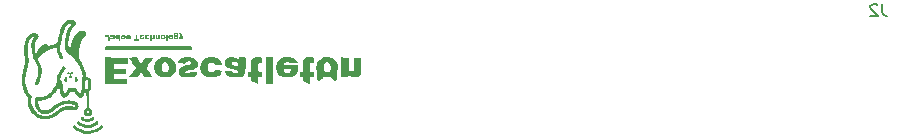
<source format=gbr>
%TF.GenerationSoftware,KiCad,Pcbnew,8.0.4*%
%TF.CreationDate,2024-11-18T10:32:11-08:00*%
%TF.ProjectId,Channel,4368616e-6e65-46c2-9e6b-696361645f70,rev?*%
%TF.SameCoordinates,Original*%
%TF.FileFunction,Legend,Bot*%
%TF.FilePolarity,Positive*%
%FSLAX46Y46*%
G04 Gerber Fmt 4.6, Leading zero omitted, Abs format (unit mm)*
G04 Created by KiCad (PCBNEW 8.0.4) date 2024-11-18 10:32:11*
%MOMM*%
%LPD*%
G01*
G04 APERTURE LIST*
%ADD10C,0.150000*%
%ADD11C,0.000000*%
G04 APERTURE END LIST*
D10*
X154003333Y-71844819D02*
X154003333Y-72559104D01*
X154003333Y-72559104D02*
X154050952Y-72701961D01*
X154050952Y-72701961D02*
X154146190Y-72797200D01*
X154146190Y-72797200D02*
X154289047Y-72844819D01*
X154289047Y-72844819D02*
X154384285Y-72844819D01*
X153574761Y-71940057D02*
X153527142Y-71892438D01*
X153527142Y-71892438D02*
X153431904Y-71844819D01*
X153431904Y-71844819D02*
X153193809Y-71844819D01*
X153193809Y-71844819D02*
X153098571Y-71892438D01*
X153098571Y-71892438D02*
X153050952Y-71940057D01*
X153050952Y-71940057D02*
X153003333Y-72035295D01*
X153003333Y-72035295D02*
X153003333Y-72130533D01*
X153003333Y-72130533D02*
X153050952Y-72273390D01*
X153050952Y-72273390D02*
X153622380Y-72844819D01*
X153622380Y-72844819D02*
X153003333Y-72844819D01*
D11*
%TO.C,G\u002A\u002A\u002A*%
G36*
X93503362Y-74698965D02*
G01*
X93503362Y-74963266D01*
X93435593Y-74963266D01*
X93367823Y-74963266D01*
X93367823Y-74698965D01*
X93367823Y-74434664D01*
X93435593Y-74434664D01*
X93503362Y-74434664D01*
X93503362Y-74698965D01*
G37*
G36*
X102408272Y-77511398D02*
G01*
X102408272Y-78649925D01*
X102096532Y-78649925D01*
X101784792Y-78649925D01*
X101784792Y-77511398D01*
X101784792Y-76372871D01*
X102096532Y-76372871D01*
X102408272Y-76372871D01*
X102408272Y-77511398D01*
G37*
G36*
X90856964Y-74437376D02*
G01*
X90934899Y-74441441D01*
X90938660Y-74634584D01*
X90942420Y-74827727D01*
X91016595Y-74827727D01*
X91090769Y-74827727D01*
X91090769Y-74895496D01*
X91090769Y-74963266D01*
X90853576Y-74963266D01*
X90616383Y-74963266D01*
X90616383Y-74895496D01*
X90616383Y-74827727D01*
X90697706Y-74827727D01*
X90779029Y-74827727D01*
X90779029Y-74630519D01*
X90779029Y-74433311D01*
X90856964Y-74437376D01*
G37*
G36*
X84906039Y-78019691D02*
G01*
X84944962Y-78046750D01*
X84976183Y-78092521D01*
X84997015Y-78153999D01*
X85004772Y-78228182D01*
X85001640Y-78286671D01*
X84986007Y-78359297D01*
X84958798Y-78415104D01*
X84921743Y-78450916D01*
X84876570Y-78463559D01*
X84849080Y-78459535D01*
X84806999Y-78433583D01*
X84775010Y-78385917D01*
X84754672Y-78319283D01*
X84747546Y-78236427D01*
X84751060Y-78182562D01*
X84766479Y-78114805D01*
X84792034Y-78061055D01*
X84825385Y-78027585D01*
X84862100Y-78014348D01*
X84906039Y-78019691D01*
G37*
G36*
X85795985Y-78030292D02*
G01*
X85830168Y-78063442D01*
X85857468Y-78110692D01*
X85875428Y-78168860D01*
X85881592Y-78234760D01*
X85873501Y-78305209D01*
X85860501Y-78350829D01*
X85831318Y-78409890D01*
X85794302Y-78447498D01*
X85751614Y-78461781D01*
X85705419Y-78450863D01*
X85669758Y-78421547D01*
X85639851Y-78370395D01*
X85621655Y-78306357D01*
X85615646Y-78235797D01*
X85622296Y-78165077D01*
X85642079Y-78100563D01*
X85675470Y-78048617D01*
X85676714Y-78047289D01*
X85716801Y-78019032D01*
X85757377Y-78014428D01*
X85795985Y-78030292D01*
G37*
G36*
X89169504Y-76376167D02*
G01*
X90108111Y-76379648D01*
X90111793Y-76640560D01*
X90115474Y-76901473D01*
X89518810Y-76901473D01*
X88922146Y-76901473D01*
X88922146Y-77118335D01*
X88922146Y-77335198D01*
X89457524Y-77335198D01*
X89992903Y-77335198D01*
X89992903Y-77572391D01*
X89992903Y-77809584D01*
X89457524Y-77809584D01*
X88922146Y-77809584D01*
X88922146Y-77985785D01*
X88922146Y-78161985D01*
X89498186Y-78161985D01*
X90074227Y-78161985D01*
X90074227Y-78405955D01*
X90074227Y-78649925D01*
X89152562Y-78649925D01*
X88230897Y-78649925D01*
X88230897Y-77511305D01*
X88230897Y-76372685D01*
X89169504Y-76376167D01*
G37*
G36*
X86339763Y-81417759D02*
G01*
X86387077Y-81447350D01*
X86432338Y-81485111D01*
X86530689Y-81542864D01*
X86635913Y-81576128D01*
X86744678Y-81584826D01*
X86853649Y-81568882D01*
X86959493Y-81528221D01*
X87058876Y-81462764D01*
X87090711Y-81438521D01*
X87139656Y-81412225D01*
X87182917Y-81406761D01*
X87226047Y-81420734D01*
X87258761Y-81442369D01*
X87287037Y-81482629D01*
X87295678Y-81538712D01*
X87295298Y-81548469D01*
X87287756Y-81576882D01*
X87267142Y-81606867D01*
X87228998Y-81645565D01*
X87127211Y-81724754D01*
X87006926Y-81785606D01*
X86875003Y-81822608D01*
X86733192Y-81835091D01*
X86726183Y-81835061D01*
X86587076Y-81821619D01*
X86456741Y-81784554D01*
X86338369Y-81725087D01*
X86235149Y-81644440D01*
X86219886Y-81629470D01*
X86189507Y-81595006D01*
X86174642Y-81566308D01*
X86170705Y-81535636D01*
X86177184Y-81492821D01*
X86202791Y-81445048D01*
X86243313Y-81414293D01*
X86286708Y-81406671D01*
X86339763Y-81417759D01*
G37*
G36*
X92788394Y-74437344D02*
G01*
X92859552Y-74441441D01*
X92863676Y-74556649D01*
X92864916Y-74608709D01*
X92863036Y-74678205D01*
X92855334Y-74729072D01*
X92840847Y-74766419D01*
X92818608Y-74795356D01*
X92797248Y-74811561D01*
X92747433Y-74827272D01*
X92693304Y-74823376D01*
X92644518Y-74799635D01*
X92626351Y-74786204D01*
X92612281Y-74781106D01*
X92608805Y-74792858D01*
X92603842Y-74804993D01*
X92583118Y-74812168D01*
X92541036Y-74814173D01*
X92473266Y-74814173D01*
X92473266Y-74624418D01*
X92473266Y-74434664D01*
X92539687Y-74434664D01*
X92606108Y-74434664D01*
X92610845Y-74557750D01*
X92611201Y-74566683D01*
X92614642Y-74625046D01*
X92619962Y-74662794D01*
X92628394Y-74685701D01*
X92641174Y-74699540D01*
X92661653Y-74709891D01*
X92692001Y-74704740D01*
X92699058Y-74700107D01*
X92708474Y-74686993D01*
X92713993Y-74663317D01*
X92716588Y-74623569D01*
X92717236Y-74562241D01*
X92717236Y-74433247D01*
X92788394Y-74437344D01*
G37*
G36*
X92341116Y-74437344D02*
G01*
X92412274Y-74441441D01*
X92416398Y-74556649D01*
X92417637Y-74608709D01*
X92415757Y-74678205D01*
X92408056Y-74729072D01*
X92393568Y-74766419D01*
X92371330Y-74795356D01*
X92351470Y-74810260D01*
X92303519Y-74826264D01*
X92251794Y-74825755D01*
X92208167Y-74807827D01*
X92198023Y-74800420D01*
X92178476Y-74790556D01*
X92167469Y-74797428D01*
X92162615Y-74824483D01*
X92161527Y-74875166D01*
X92161527Y-74963266D01*
X92093757Y-74963266D01*
X92025988Y-74963266D01*
X92025988Y-74698965D01*
X92025988Y-74434664D01*
X92092409Y-74434664D01*
X92158829Y-74434664D01*
X92163567Y-74557750D01*
X92163922Y-74566683D01*
X92167364Y-74625046D01*
X92172683Y-74662794D01*
X92181115Y-74685701D01*
X92193895Y-74699540D01*
X92214374Y-74709891D01*
X92244722Y-74704740D01*
X92251779Y-74700107D01*
X92261196Y-74686993D01*
X92266714Y-74663317D01*
X92269309Y-74623569D01*
X92269958Y-74562241D01*
X92269958Y-74433247D01*
X92341116Y-74437344D01*
G37*
G36*
X88411618Y-74436786D02*
G01*
X88482210Y-74454099D01*
X88533833Y-74489861D01*
X88565591Y-74543564D01*
X88565616Y-74543638D01*
X88572111Y-74576473D01*
X88577389Y-74630331D01*
X88581009Y-74699157D01*
X88582533Y-74776900D01*
X88583298Y-74963266D01*
X88501975Y-74963266D01*
X88420651Y-74963266D01*
X88420651Y-74786174D01*
X88420245Y-74730230D01*
X88417491Y-74658858D01*
X88411451Y-74609145D01*
X88401324Y-74577760D01*
X88386314Y-74561371D01*
X88365620Y-74556649D01*
X88364669Y-74556659D01*
X88342659Y-74566725D01*
X88330228Y-74598762D01*
X88329309Y-74603279D01*
X88321287Y-74628302D01*
X88305647Y-74636274D01*
X88272963Y-74632796D01*
X88269060Y-74632162D01*
X88229620Y-74626835D01*
X88200401Y-74624568D01*
X88198122Y-74624476D01*
X88179874Y-74613040D01*
X88175910Y-74586703D01*
X88184115Y-74551498D01*
X88202371Y-74513458D01*
X88228564Y-74478614D01*
X88260577Y-74453000D01*
X88281416Y-74445660D01*
X88324550Y-74438218D01*
X88374597Y-74435144D01*
X88411618Y-74436786D01*
G37*
G36*
X93828435Y-74441381D02*
G01*
X93894856Y-74467183D01*
X93942156Y-74511151D01*
X93969005Y-74571950D01*
X93974070Y-74648242D01*
X93971391Y-74670459D01*
X93948114Y-74736660D01*
X93904563Y-74786095D01*
X93842762Y-74817030D01*
X93764736Y-74827727D01*
X93751626Y-74827463D01*
X93676757Y-74813159D01*
X93617611Y-74776852D01*
X93573753Y-74718293D01*
X93566941Y-74704127D01*
X93549191Y-74634412D01*
X93549323Y-74633244D01*
X93695270Y-74633244D01*
X93705632Y-74682680D01*
X93725635Y-74713653D01*
X93757908Y-74725956D01*
X93796681Y-74712514D01*
X93812579Y-74699439D01*
X93825307Y-74673860D01*
X93828656Y-74631851D01*
X93828621Y-74627815D01*
X93822428Y-74581042D01*
X93807357Y-74550840D01*
X93774469Y-74530816D01*
X93743344Y-74533348D01*
X93717512Y-74554189D01*
X93700358Y-74588950D01*
X93695270Y-74633244D01*
X93549323Y-74633244D01*
X93556736Y-74567780D01*
X93588406Y-74508583D01*
X93643026Y-74461175D01*
X93686907Y-74443066D01*
X93761098Y-74434715D01*
X93828435Y-74441381D01*
G37*
G36*
X89751867Y-74438620D02*
G01*
X89792143Y-74440971D01*
X89830296Y-74447232D01*
X89857852Y-74459857D01*
X89884320Y-74481957D01*
X89902511Y-74501346D01*
X89938417Y-74561493D01*
X89951232Y-74624478D01*
X89942853Y-74685895D01*
X89915181Y-74741335D01*
X89870112Y-74786392D01*
X89809545Y-74816659D01*
X89735379Y-74827727D01*
X89720720Y-74827354D01*
X89646312Y-74812340D01*
X89586566Y-74777787D01*
X89544403Y-74726993D01*
X89522748Y-74663256D01*
X89523580Y-74628874D01*
X89667610Y-74628874D01*
X89669855Y-74650527D01*
X89684616Y-74690456D01*
X89708350Y-74720800D01*
X89735379Y-74732850D01*
X89751767Y-74725642D01*
X89776041Y-74705742D01*
X89794319Y-74676347D01*
X89803294Y-74631141D01*
X89798033Y-74585862D01*
X89778362Y-74551973D01*
X89763445Y-74540882D01*
X89728261Y-74532072D01*
X89697563Y-74545882D01*
X89675847Y-74579190D01*
X89667610Y-74628874D01*
X89523580Y-74628874D01*
X89524524Y-74589873D01*
X89531458Y-74566320D01*
X89557714Y-74517692D01*
X89594097Y-74474430D01*
X89632620Y-74447086D01*
X89657084Y-74441761D01*
X89700666Y-74438489D01*
X89751867Y-74438620D01*
G37*
G36*
X90199146Y-74438620D02*
G01*
X90239422Y-74440971D01*
X90277575Y-74447232D01*
X90305131Y-74459857D01*
X90331599Y-74481957D01*
X90349789Y-74501346D01*
X90385696Y-74561493D01*
X90398510Y-74624478D01*
X90390132Y-74685895D01*
X90362459Y-74741335D01*
X90317390Y-74786392D01*
X90256824Y-74816659D01*
X90182658Y-74827727D01*
X90167998Y-74827354D01*
X90093591Y-74812340D01*
X90033845Y-74777787D01*
X89991682Y-74726993D01*
X89970027Y-74663256D01*
X89970859Y-74628874D01*
X90114888Y-74628874D01*
X90117134Y-74650527D01*
X90131895Y-74690456D01*
X90155628Y-74720800D01*
X90182658Y-74732850D01*
X90199045Y-74725642D01*
X90223320Y-74705742D01*
X90241598Y-74676347D01*
X90250573Y-74631141D01*
X90245312Y-74585862D01*
X90225641Y-74551973D01*
X90210724Y-74540882D01*
X90175539Y-74532072D01*
X90144842Y-74545882D01*
X90123126Y-74579190D01*
X90114888Y-74628874D01*
X89970859Y-74628874D01*
X89971802Y-74589873D01*
X89978736Y-74566320D01*
X90004992Y-74517692D01*
X90041376Y-74474430D01*
X90079898Y-74447086D01*
X90104363Y-74441761D01*
X90147945Y-74438489D01*
X90199146Y-74438620D01*
G37*
G36*
X93126787Y-74438620D02*
G01*
X93167063Y-74440971D01*
X93205216Y-74447232D01*
X93232772Y-74459857D01*
X93259240Y-74481957D01*
X93277431Y-74501346D01*
X93313337Y-74561493D01*
X93326152Y-74624478D01*
X93317773Y-74685895D01*
X93290100Y-74741335D01*
X93245031Y-74786392D01*
X93184465Y-74816659D01*
X93110299Y-74827727D01*
X93095640Y-74827354D01*
X93021232Y-74812340D01*
X92961486Y-74777787D01*
X92919323Y-74726993D01*
X92897668Y-74663256D01*
X92898500Y-74628874D01*
X93042530Y-74628874D01*
X93044775Y-74650527D01*
X93059536Y-74690456D01*
X93083270Y-74720800D01*
X93110299Y-74732850D01*
X93126687Y-74725642D01*
X93150961Y-74705742D01*
X93169239Y-74676347D01*
X93178214Y-74631141D01*
X93172953Y-74585862D01*
X93153282Y-74551973D01*
X93138365Y-74540882D01*
X93103181Y-74532072D01*
X93072483Y-74545882D01*
X93050767Y-74579190D01*
X93042530Y-74628874D01*
X92898500Y-74628874D01*
X92899444Y-74589873D01*
X92906377Y-74566320D01*
X92932634Y-74517692D01*
X92969017Y-74474430D01*
X93007540Y-74447086D01*
X93032004Y-74441761D01*
X93075586Y-74438489D01*
X93126787Y-74438620D01*
G37*
G36*
X89477855Y-74698965D02*
G01*
X89477855Y-74963266D01*
X89410086Y-74963266D01*
X89342316Y-74963266D01*
X89342316Y-74874397D01*
X89342316Y-74785528D01*
X89312193Y-74806627D01*
X89280819Y-74822472D01*
X89226220Y-74828990D01*
X89172030Y-74814678D01*
X89125342Y-74781919D01*
X89093249Y-74733096D01*
X89085758Y-74711725D01*
X89073834Y-74639092D01*
X89075000Y-74626161D01*
X89220331Y-74626161D01*
X89224317Y-74661959D01*
X89240949Y-74698130D01*
X89266217Y-74715710D01*
X89295415Y-74712046D01*
X89323838Y-74684486D01*
X89330175Y-74673965D01*
X89339869Y-74641330D01*
X89334316Y-74599775D01*
X89328702Y-74580453D01*
X89313299Y-74555171D01*
X89288006Y-74545901D01*
X89287617Y-74545856D01*
X89249741Y-74551008D01*
X89227560Y-74577483D01*
X89220331Y-74626161D01*
X89075000Y-74626161D01*
X89080250Y-74567941D01*
X89103713Y-74505423D01*
X89142927Y-74458685D01*
X89168389Y-74445407D01*
X89217724Y-74436042D01*
X89269543Y-74439073D01*
X89310817Y-74454800D01*
X89323307Y-74463102D01*
X89338726Y-74467665D01*
X89347293Y-74454800D01*
X89348591Y-74452119D01*
X89370528Y-74438940D01*
X89416437Y-74434664D01*
X89477855Y-74434664D01*
X89477855Y-74698965D01*
G37*
G36*
X91849180Y-74440508D02*
G01*
X91890042Y-74452004D01*
X91906372Y-74462884D01*
X91934339Y-74490160D01*
X91959315Y-74522616D01*
X91975606Y-74552452D01*
X91977520Y-74571868D01*
X91963410Y-74580876D01*
X91930070Y-74585063D01*
X91888876Y-74581770D01*
X91849766Y-74571973D01*
X91822679Y-74556649D01*
X91793403Y-74534950D01*
X91761059Y-74533575D01*
X91726228Y-74558223D01*
X91714413Y-74571804D01*
X91703219Y-74600041D01*
X91704828Y-74641187D01*
X91707018Y-74656222D01*
X91716378Y-74692290D01*
X91733464Y-74712425D01*
X91764382Y-74725243D01*
X91789113Y-74726658D01*
X91821758Y-74706663D01*
X91841149Y-74691328D01*
X91868369Y-74684389D01*
X91910552Y-74687481D01*
X91939372Y-74692628D01*
X91965495Y-74704851D01*
X91968183Y-74725417D01*
X91949670Y-74758373D01*
X91948064Y-74760602D01*
X91905414Y-74796745D01*
X91843022Y-74819683D01*
X91765511Y-74827676D01*
X91724704Y-74824986D01*
X91654956Y-74804119D01*
X91602991Y-74763985D01*
X91570558Y-74706237D01*
X91559405Y-74632530D01*
X91559525Y-74624284D01*
X91571998Y-74551740D01*
X91603638Y-74494350D01*
X91652560Y-74455692D01*
X91679193Y-74446437D01*
X91732786Y-74437895D01*
X91793105Y-74435862D01*
X91849180Y-74440508D01*
G37*
G36*
X94581273Y-74289467D02*
G01*
X94619967Y-74298520D01*
X94634997Y-74304865D01*
X94650619Y-74314538D01*
X94665207Y-74329310D01*
X94680194Y-74352107D01*
X94697015Y-74385851D01*
X94717102Y-74433469D01*
X94741890Y-74497883D01*
X94772812Y-74582019D01*
X94811301Y-74688799D01*
X94856312Y-74814173D01*
X94784471Y-74814173D01*
X94712629Y-74814173D01*
X94682614Y-74702353D01*
X94677128Y-74682102D01*
X94663778Y-74634422D01*
X94653581Y-74600290D01*
X94648401Y-74586043D01*
X94646547Y-74588016D01*
X94638023Y-74608700D01*
X94624763Y-74647157D01*
X94608726Y-74697862D01*
X94573249Y-74814173D01*
X94497688Y-74814173D01*
X94484184Y-74814097D01*
X94446877Y-74811970D01*
X94430386Y-74805836D01*
X94429773Y-74794248D01*
X94430691Y-74791899D01*
X94440487Y-74767599D01*
X94457963Y-74724709D01*
X94480957Y-74668527D01*
X94507307Y-74604346D01*
X94523940Y-74563416D01*
X94548804Y-74497589D01*
X94561832Y-74451299D01*
X94562748Y-74421169D01*
X94551276Y-74403827D01*
X94527139Y-74395896D01*
X94490060Y-74394002D01*
X94472273Y-74393907D01*
X94447816Y-74390746D01*
X94441206Y-74378246D01*
X94445984Y-74349952D01*
X94446398Y-74348098D01*
X94457555Y-74315172D01*
X94470780Y-74295944D01*
X94493925Y-74288756D01*
X94535348Y-74286145D01*
X94581273Y-74289467D01*
G37*
G36*
X87568170Y-81767797D02*
G01*
X87608784Y-81798948D01*
X87637310Y-81844043D01*
X87648079Y-81897902D01*
X87644180Y-81916463D01*
X87620100Y-81956307D01*
X87577207Y-82003061D01*
X87519178Y-82053859D01*
X87449686Y-82105834D01*
X87372408Y-82156120D01*
X87291020Y-82201852D01*
X87209195Y-82240162D01*
X87181916Y-82251318D01*
X87094916Y-82283177D01*
X87014133Y-82305283D01*
X86931299Y-82319142D01*
X86838149Y-82326261D01*
X86726415Y-82328146D01*
X86663023Y-82327629D01*
X86588169Y-82325128D01*
X86527899Y-82319910D01*
X86474798Y-82311253D01*
X86421452Y-82298433D01*
X86408885Y-82294926D01*
X86305779Y-82259253D01*
X86198859Y-82211568D01*
X86094196Y-82155378D01*
X85997860Y-82094190D01*
X85915923Y-82031512D01*
X85854454Y-81970851D01*
X85837989Y-81947059D01*
X85820721Y-81894516D01*
X85824587Y-81842452D01*
X85848385Y-81797600D01*
X85890912Y-81766694D01*
X85902879Y-81762461D01*
X85950724Y-81760536D01*
X86004487Y-81781600D01*
X86066746Y-81826530D01*
X86166112Y-81902275D01*
X86311173Y-81985542D01*
X86463449Y-82043182D01*
X86621589Y-82074841D01*
X86784241Y-82080163D01*
X86950054Y-82058793D01*
X87002856Y-82044955D01*
X87100061Y-82008616D01*
X87200917Y-81959681D01*
X87296279Y-81902783D01*
X87377002Y-81842554D01*
X87390564Y-81831126D01*
X87434225Y-81796918D01*
X87471626Y-81771200D01*
X87495861Y-81758838D01*
X87521139Y-81755770D01*
X87568170Y-81767797D01*
G37*
G36*
X85425868Y-77612661D02*
G01*
X85470360Y-77620530D01*
X85499337Y-77633010D01*
X85505334Y-77639185D01*
X85518011Y-77668554D01*
X85517956Y-77700744D01*
X85504433Y-77722801D01*
X85499114Y-77725014D01*
X85470073Y-77729540D01*
X85430261Y-77730282D01*
X85401408Y-77731534D01*
X85362536Y-77747139D01*
X85336892Y-77782583D01*
X85321354Y-77841044D01*
X85319020Y-77860079D01*
X85322033Y-77885122D01*
X85337405Y-77909445D01*
X85369412Y-77942033D01*
X85398740Y-77973242D01*
X85422497Y-78013730D01*
X85420657Y-78045341D01*
X85393236Y-78068052D01*
X85340253Y-78081840D01*
X85261726Y-78086680D01*
X85199111Y-78084730D01*
X85154260Y-78077273D01*
X85122659Y-78063137D01*
X85098734Y-78045121D01*
X85094141Y-78028131D01*
X85106314Y-78000131D01*
X85128707Y-77966990D01*
X85160669Y-77934203D01*
X85182541Y-77907715D01*
X85195571Y-77862055D01*
X85190442Y-77813186D01*
X85166780Y-77771039D01*
X85156215Y-77760714D01*
X85129444Y-77747352D01*
X85092085Y-77749689D01*
X85045351Y-77749931D01*
X85015515Y-77731031D01*
X85005070Y-77694376D01*
X85005071Y-77693928D01*
X85015516Y-77658952D01*
X85047656Y-77636103D01*
X85103343Y-77624056D01*
X85148813Y-77624167D01*
X85211453Y-77644432D01*
X85214715Y-77646128D01*
X85246606Y-77660711D01*
X85264992Y-77661924D01*
X85278752Y-77650577D01*
X85292439Y-77637573D01*
X85323116Y-77618435D01*
X85335713Y-77614509D01*
X85377205Y-77610341D01*
X85425868Y-77612661D01*
G37*
G36*
X85628678Y-82115199D02*
G01*
X85680725Y-82146620D01*
X85743757Y-82200265D01*
X85811562Y-82258325D01*
X85934501Y-82345028D01*
X86071995Y-82422792D01*
X86119080Y-82445430D01*
X86300857Y-82514474D01*
X86488096Y-82558380D01*
X86678175Y-82577511D01*
X86868470Y-82572232D01*
X87056360Y-82542907D01*
X87239222Y-82489900D01*
X87414432Y-82413574D01*
X87579368Y-82314295D01*
X87731407Y-82192426D01*
X87738147Y-82186275D01*
X87792024Y-82141775D01*
X87835908Y-82116708D01*
X87875171Y-82108837D01*
X87915187Y-82115926D01*
X87942154Y-82130767D01*
X87974922Y-82168471D01*
X87994289Y-82215894D01*
X87994741Y-82262852D01*
X87984986Y-82285596D01*
X87951910Y-82329954D01*
X87900435Y-82381842D01*
X87834157Y-82438446D01*
X87756671Y-82496950D01*
X87671571Y-82554540D01*
X87582452Y-82608402D01*
X87492911Y-82655720D01*
X87354779Y-82717377D01*
X87206749Y-82768708D01*
X87057956Y-82803117D01*
X86900483Y-82822389D01*
X86726415Y-82828306D01*
X86638807Y-82826559D01*
X86453504Y-82809799D01*
X86279181Y-82773863D01*
X86108637Y-82717015D01*
X85934669Y-82637519D01*
X85857233Y-82594522D01*
X85740939Y-82519533D01*
X85629558Y-82436417D01*
X85533730Y-82352730D01*
X85506234Y-82325265D01*
X85480811Y-82294286D01*
X85468875Y-82267244D01*
X85465902Y-82236380D01*
X85466073Y-82228032D01*
X85476012Y-82184724D01*
X85505521Y-82145788D01*
X85544060Y-82115941D01*
X85584247Y-82105229D01*
X85628678Y-82115199D01*
G37*
G36*
X108504136Y-76376005D02*
G01*
X108812487Y-76379648D01*
X108819616Y-76874365D01*
X108821639Y-77009287D01*
X108823777Y-77122353D01*
X108826439Y-77213893D01*
X108830070Y-77286719D01*
X108835114Y-77343643D01*
X108842017Y-77387479D01*
X108851224Y-77421038D01*
X108863179Y-77447133D01*
X108878329Y-77468578D01*
X108897117Y-77488184D01*
X108919989Y-77508764D01*
X108942768Y-77526271D01*
X109006937Y-77555591D01*
X109075011Y-77563468D01*
X109141016Y-77550688D01*
X109198974Y-77518035D01*
X109242909Y-77466297D01*
X109243991Y-77464034D01*
X109248641Y-77443951D01*
X109252696Y-77406918D01*
X109256226Y-77351242D01*
X109259304Y-77275230D01*
X109262002Y-77177189D01*
X109264391Y-77055427D01*
X109266543Y-76908250D01*
X109273320Y-76379648D01*
X109585059Y-76379648D01*
X109896799Y-76379648D01*
X109896799Y-76982796D01*
X109896768Y-77049282D01*
X109896418Y-77193160D01*
X109895624Y-77313169D01*
X109894323Y-77411605D01*
X109892452Y-77490761D01*
X109889947Y-77552933D01*
X109886744Y-77600415D01*
X109882779Y-77635503D01*
X109877989Y-77660491D01*
X109844792Y-77761595D01*
X109789362Y-77863753D01*
X109716846Y-77944875D01*
X109627096Y-78005084D01*
X109519964Y-78044503D01*
X109395305Y-78063255D01*
X109335395Y-78065111D01*
X109202227Y-78053010D01*
X109080819Y-78017046D01*
X108969149Y-77956484D01*
X108865195Y-77870589D01*
X108778602Y-77785685D01*
X108778602Y-77906066D01*
X108778602Y-78026446D01*
X108487194Y-78026446D01*
X108195785Y-78026446D01*
X108195785Y-77199404D01*
X108195785Y-76372362D01*
X108504136Y-76376005D01*
G37*
G36*
X91337960Y-74437456D02*
G01*
X91361744Y-74438493D01*
X91407980Y-74442167D01*
X91438623Y-74449387D01*
X91461979Y-74462825D01*
X91486357Y-74485149D01*
X91499300Y-74498667D01*
X91518837Y-74522537D01*
X91523798Y-74534686D01*
X91509440Y-74540285D01*
X91475255Y-74543819D01*
X91432989Y-74543489D01*
X91393121Y-74539476D01*
X91366126Y-74531960D01*
X91340772Y-74520503D01*
X91308864Y-74518885D01*
X91278202Y-74538419D01*
X91268302Y-74547809D01*
X91252639Y-74568501D01*
X91255401Y-74582720D01*
X91278738Y-74591544D01*
X91324799Y-74596048D01*
X91395732Y-74597311D01*
X91538047Y-74597311D01*
X91538047Y-74631631D01*
X91530497Y-74678341D01*
X91504222Y-74737081D01*
X91464588Y-74786659D01*
X91456338Y-74793840D01*
X91428700Y-74810602D01*
X91392090Y-74820113D01*
X91337467Y-74825105D01*
X91302820Y-74826491D01*
X91261065Y-74824612D01*
X91229902Y-74815818D01*
X91199200Y-74798133D01*
X91197363Y-74796882D01*
X91147712Y-74748610D01*
X91117337Y-74689325D01*
X91115518Y-74678634D01*
X91253416Y-74678634D01*
X91258239Y-74691077D01*
X91276729Y-74714934D01*
X91299993Y-74736816D01*
X91318169Y-74746404D01*
X91328496Y-74744127D01*
X91354805Y-74728269D01*
X91378598Y-74705265D01*
X91388955Y-74684642D01*
X91385212Y-74675305D01*
X91364345Y-74667421D01*
X91321185Y-74665080D01*
X91296774Y-74665995D01*
X91265606Y-74670902D01*
X91253416Y-74678634D01*
X91115518Y-74678634D01*
X91106376Y-74624898D01*
X91114965Y-74561202D01*
X91143241Y-74504106D01*
X91191338Y-74459482D01*
X91207665Y-74450416D01*
X91238085Y-74440493D01*
X91278743Y-74436590D01*
X91337960Y-74437456D01*
G37*
G36*
X89047458Y-74539707D02*
G01*
X89043684Y-74615723D01*
X89036100Y-74690756D01*
X89023488Y-74745025D01*
X89003798Y-74782063D01*
X88974980Y-74805398D01*
X88934985Y-74818561D01*
X88881762Y-74825082D01*
X88856295Y-74826556D01*
X88774687Y-74824210D01*
X88713542Y-74808905D01*
X88669884Y-74780006D01*
X88642997Y-74747531D01*
X88639176Y-74724684D01*
X88660228Y-74710648D01*
X88707010Y-74703661D01*
X88724564Y-74702817D01*
X88765010Y-74705192D01*
X88782537Y-74714684D01*
X88789223Y-74723844D01*
X88816057Y-74736965D01*
X88849440Y-74740423D01*
X88876003Y-74731774D01*
X88885296Y-74723219D01*
X88893260Y-74705781D01*
X88877934Y-74691900D01*
X88837434Y-74678994D01*
X88782541Y-74665099D01*
X88728691Y-74650013D01*
X88692197Y-74637103D01*
X88667812Y-74624439D01*
X88650291Y-74610088D01*
X88641652Y-74599979D01*
X88625232Y-74557240D01*
X88627491Y-74537369D01*
X88777551Y-74537369D01*
X88777922Y-74560508D01*
X88802167Y-74586120D01*
X88850988Y-74608379D01*
X88876493Y-74615772D01*
X88891626Y-74614315D01*
X88895038Y-74599621D01*
X88890037Y-74577405D01*
X88873938Y-74546111D01*
X88857873Y-74530206D01*
X88826691Y-74517458D01*
X88796524Y-74519538D01*
X88777551Y-74537369D01*
X88627491Y-74537369D01*
X88630567Y-74510309D01*
X88657229Y-74467933D01*
X88682496Y-74447891D01*
X88714572Y-74437405D01*
X88762644Y-74434664D01*
X88769153Y-74434723D01*
X88826660Y-74441167D01*
X88866652Y-74456981D01*
X88885322Y-74469124D01*
X88899922Y-74471419D01*
X88911003Y-74456981D01*
X88915166Y-74451272D01*
X88940622Y-74438588D01*
X88987464Y-74434664D01*
X89051434Y-74434664D01*
X89047458Y-74539707D01*
G37*
G36*
X94262344Y-74292822D02*
G01*
X94316596Y-74309311D01*
X94323833Y-74313052D01*
X94355810Y-74334569D01*
X94379169Y-74362527D01*
X94395161Y-74401039D01*
X94405038Y-74454219D01*
X94410051Y-74526178D01*
X94411452Y-74621030D01*
X94411473Y-74814173D01*
X94343704Y-74814173D01*
X94305122Y-74812612D01*
X94282309Y-74806094D01*
X94275934Y-74792858D01*
X94274496Y-74783147D01*
X94264494Y-74782617D01*
X94240222Y-74799635D01*
X94210980Y-74816331D01*
X94157724Y-74826729D01*
X94102830Y-74819339D01*
X94054794Y-74795794D01*
X94022109Y-74757725D01*
X94017700Y-74748354D01*
X93998241Y-74680957D01*
X93997936Y-74633055D01*
X94140395Y-74633055D01*
X94146502Y-74674157D01*
X94167797Y-74707277D01*
X94201388Y-74719296D01*
X94225561Y-74712750D01*
X94249714Y-74687411D01*
X94261938Y-74650851D01*
X94259853Y-74611539D01*
X94241081Y-74577948D01*
X94225200Y-74565536D01*
X94201388Y-74556649D01*
X94173177Y-74567781D01*
X94149894Y-74596509D01*
X94140395Y-74633055D01*
X93997936Y-74633055D01*
X93997821Y-74614959D01*
X94014414Y-74555201D01*
X94045994Y-74506523D01*
X94090532Y-74473766D01*
X94146005Y-74461772D01*
X94155541Y-74462053D01*
X94199158Y-74469168D01*
X94232257Y-74482871D01*
X94250413Y-74494584D01*
X94260632Y-74492831D01*
X94262380Y-74468426D01*
X94261703Y-74453807D01*
X94249632Y-74411314D01*
X94226069Y-74386026D01*
X94195735Y-74381200D01*
X94163349Y-74400093D01*
X94152603Y-74407278D01*
X94118212Y-74419939D01*
X94074280Y-74428947D01*
X94057104Y-74431104D01*
X94023830Y-74433210D01*
X94008538Y-74428392D01*
X94004856Y-74415406D01*
X94004930Y-74411956D01*
X94018251Y-74365444D01*
X94049128Y-74324833D01*
X94089739Y-74300691D01*
X94123980Y-74292967D01*
X94194376Y-74287230D01*
X94262344Y-74292822D01*
G37*
G36*
X101160431Y-76352806D02*
G01*
X101245729Y-76356091D01*
X101325361Y-76360853D01*
X101393059Y-76366923D01*
X101442557Y-76374132D01*
X101448023Y-76375249D01*
X101495057Y-76387089D01*
X101519968Y-76399355D01*
X101527268Y-76414179D01*
X101527226Y-76416204D01*
X101525384Y-76441370D01*
X101521273Y-76484979D01*
X101515516Y-76541354D01*
X101508740Y-76604819D01*
X101501571Y-76669696D01*
X101494633Y-76730310D01*
X101488553Y-76780984D01*
X101483956Y-76816042D01*
X101481468Y-76829806D01*
X101473324Y-76829185D01*
X101445270Y-76823251D01*
X101404653Y-76813034D01*
X101343333Y-76799087D01*
X101285405Y-76793987D01*
X101242406Y-76802516D01*
X101209475Y-76824971D01*
X101206332Y-76828306D01*
X101191511Y-76851357D01*
X101180041Y-76885001D01*
X101171663Y-76931978D01*
X101166120Y-76995034D01*
X101163152Y-77076909D01*
X101162500Y-77180347D01*
X101163907Y-77308090D01*
X101168090Y-77558837D01*
X101334125Y-77562642D01*
X101500161Y-77566448D01*
X101500161Y-77796447D01*
X101500161Y-78026446D01*
X101330987Y-78026446D01*
X101161813Y-78026446D01*
X101158175Y-78337451D01*
X101154536Y-78648455D01*
X100849574Y-78489932D01*
X100544611Y-78331409D01*
X100540779Y-78178928D01*
X100536946Y-78026446D01*
X100428959Y-78026446D01*
X100320972Y-78026446D01*
X100320972Y-77796030D01*
X100320972Y-77565614D01*
X100427457Y-77565614D01*
X100533941Y-77565614D01*
X100542252Y-77162385D01*
X100542756Y-77138956D01*
X100545516Y-77034346D01*
X100548890Y-76936315D01*
X100552682Y-76848968D01*
X100556699Y-76776410D01*
X100560744Y-76722748D01*
X100564623Y-76692086D01*
X100585704Y-76617435D01*
X100632886Y-76523043D01*
X100698501Y-76447863D01*
X100781627Y-76392866D01*
X100881340Y-76359022D01*
X100887902Y-76357807D01*
X100933201Y-76353498D01*
X100997900Y-76351341D01*
X101075732Y-76351166D01*
X101160431Y-76352806D01*
G37*
G36*
X105605487Y-76352878D02*
G01*
X105693887Y-76357648D01*
X105772536Y-76364815D01*
X105835167Y-76374296D01*
X105921027Y-76391637D01*
X105913613Y-76446635D01*
X105909932Y-76476762D01*
X105904043Y-76529605D01*
X105897150Y-76594720D01*
X105890101Y-76664280D01*
X105889928Y-76666032D01*
X105883575Y-76728810D01*
X105878085Y-76780585D01*
X105874038Y-76816028D01*
X105872018Y-76829816D01*
X105864210Y-76829182D01*
X105836539Y-76823241D01*
X105796115Y-76813034D01*
X105734281Y-76799018D01*
X105677478Y-76794310D01*
X105633856Y-76803091D01*
X105597581Y-76825732D01*
X105559552Y-76858423D01*
X105555331Y-77212018D01*
X105551109Y-77565614D01*
X105721366Y-77565614D01*
X105891623Y-77565614D01*
X105891623Y-77796030D01*
X105891623Y-78026446D01*
X105722199Y-78026446D01*
X105552775Y-78026446D01*
X105552775Y-78338186D01*
X105552633Y-78390059D01*
X105551761Y-78473439D01*
X105550199Y-78544779D01*
X105548071Y-78600313D01*
X105545500Y-78636273D01*
X105542610Y-78648894D01*
X105533329Y-78644913D01*
X105502698Y-78629763D01*
X105454122Y-78604929D01*
X105390955Y-78572142D01*
X105316550Y-78533133D01*
X105234259Y-78489636D01*
X104936073Y-78331409D01*
X104932241Y-78178928D01*
X104928408Y-78026446D01*
X104813644Y-78026446D01*
X104698880Y-78026446D01*
X104698880Y-77796030D01*
X104698880Y-77565614D01*
X104812539Y-77565614D01*
X104926198Y-77565614D01*
X104933334Y-77148831D01*
X104933432Y-77143178D01*
X104935937Y-77027576D01*
X104939159Y-76922079D01*
X104942936Y-76830086D01*
X104947108Y-76755000D01*
X104951515Y-76700221D01*
X104955996Y-76669149D01*
X104975499Y-76611835D01*
X105013685Y-76538602D01*
X105061306Y-76473351D01*
X105112274Y-76425575D01*
X105133859Y-76412016D01*
X105186996Y-76385932D01*
X105241036Y-76366487D01*
X105279668Y-76359406D01*
X105344426Y-76353767D01*
X105424491Y-76350855D01*
X105513600Y-76350586D01*
X105605487Y-76352878D01*
G37*
G36*
X93373758Y-76349356D02*
G01*
X93465256Y-76355747D01*
X93541207Y-76366529D01*
X93595985Y-76379361D01*
X93734098Y-76429791D01*
X93860858Y-76502602D01*
X93971524Y-76595274D01*
X94053719Y-76689350D01*
X94124574Y-76801799D01*
X94173555Y-76924293D01*
X94202001Y-77060281D01*
X94211249Y-77213212D01*
X94204316Y-77346679D01*
X94179055Y-77479203D01*
X94133771Y-77598341D01*
X94066871Y-77708167D01*
X93976760Y-77812759D01*
X93951058Y-77838208D01*
X93891177Y-77891696D01*
X93834676Y-77931768D01*
X93772908Y-77964877D01*
X93715849Y-77990691D01*
X93640995Y-78019409D01*
X93568677Y-78039211D01*
X93491530Y-78051552D01*
X93402185Y-78057889D01*
X93293277Y-78059678D01*
X93212791Y-78058787D01*
X93117835Y-78053827D01*
X93037483Y-78043226D01*
X92964542Y-78025543D01*
X92891817Y-77999335D01*
X92812114Y-77963157D01*
X92757949Y-77932561D01*
X92671323Y-77868628D01*
X92588204Y-77791085D01*
X92516048Y-77707161D01*
X92462312Y-77624085D01*
X92436113Y-77568210D01*
X92394904Y-77442265D01*
X92371261Y-77307245D01*
X92367048Y-77210411D01*
X92366580Y-77199659D01*
X92995201Y-77199659D01*
X92995201Y-77210411D01*
X92995919Y-77281777D01*
X92998518Y-77333485D01*
X93003863Y-77372138D01*
X93012819Y-77404337D01*
X93026250Y-77436683D01*
X93028303Y-77441089D01*
X93076733Y-77521093D01*
X93135891Y-77576749D01*
X93207531Y-77609260D01*
X93293410Y-77619829D01*
X93314388Y-77619405D01*
X93378692Y-77609561D01*
X93432403Y-77583330D01*
X93485733Y-77536274D01*
X93511490Y-77506692D01*
X93541680Y-77458514D01*
X93562138Y-77401753D01*
X93574823Y-77330327D01*
X93581692Y-77238152D01*
X93582726Y-77205719D01*
X93577876Y-77087066D01*
X93557862Y-76989177D01*
X93521900Y-76910176D01*
X93469205Y-76848187D01*
X93398993Y-76801336D01*
X93357968Y-76786722D01*
X93286385Y-76780488D01*
X93211644Y-76792184D01*
X93142383Y-76820114D01*
X93087242Y-76862580D01*
X93075358Y-76877498D01*
X93049955Y-76917336D01*
X93026359Y-76962634D01*
X93024806Y-76966041D01*
X93011876Y-76998228D01*
X93003320Y-77031075D01*
X92998267Y-77071190D01*
X92995851Y-77125182D01*
X92995201Y-77199659D01*
X92366580Y-77199659D01*
X92365248Y-77169040D01*
X92376925Y-77033541D01*
X92406355Y-76906639D01*
X92453600Y-76794225D01*
X92530214Y-76676707D01*
X92631176Y-76568055D01*
X92749810Y-76479496D01*
X92885031Y-76411828D01*
X93035753Y-76365851D01*
X93093303Y-76356638D01*
X93179048Y-76349789D01*
X93275444Y-76347366D01*
X93373758Y-76349356D01*
G37*
G36*
X91073253Y-76637900D02*
G01*
X91249678Y-76902930D01*
X91398090Y-76641289D01*
X91546503Y-76379648D01*
X91908230Y-76376038D01*
X91908501Y-76376035D01*
X92004313Y-76375348D01*
X92090580Y-76375241D01*
X92163790Y-76375677D01*
X92220431Y-76376620D01*
X92256991Y-76378031D01*
X92269958Y-76379875D01*
X92269748Y-76380464D01*
X92259952Y-76396394D01*
X92236731Y-76431767D01*
X92201752Y-76484106D01*
X92156684Y-76550937D01*
X92103195Y-76629785D01*
X92042954Y-76718172D01*
X91977628Y-76813625D01*
X91940902Y-76867346D01*
X91866045Y-76978071D01*
X91803929Y-77071813D01*
X91755186Y-77147577D01*
X91720449Y-77204371D01*
X91700349Y-77241198D01*
X91695519Y-77257067D01*
X91697644Y-77260354D01*
X91713137Y-77283136D01*
X91741414Y-77324153D01*
X91780482Y-77380529D01*
X91828344Y-77449388D01*
X91883007Y-77527855D01*
X91942474Y-77613052D01*
X91963167Y-77642672D01*
X92022450Y-77727532D01*
X92077044Y-77805685D01*
X92124780Y-77874028D01*
X92163492Y-77929460D01*
X92191013Y-77968875D01*
X92205175Y-77989173D01*
X92231142Y-78026446D01*
X91886286Y-78026446D01*
X91541430Y-78026446D01*
X91408764Y-77819749D01*
X91369641Y-77759083D01*
X91329947Y-77698165D01*
X91296913Y-77648149D01*
X91273175Y-77613022D01*
X91261369Y-77596770D01*
X91259797Y-77595549D01*
X91249345Y-77599330D01*
X91232113Y-77619460D01*
X91206774Y-77657917D01*
X91171997Y-77716678D01*
X91126457Y-77797723D01*
X91089463Y-77863555D01*
X91053692Y-77925096D01*
X91023736Y-77974425D01*
X91001955Y-78007663D01*
X90990706Y-78020934D01*
X90975444Y-78022313D01*
X90936328Y-78023407D01*
X90877339Y-78024075D01*
X90802223Y-78024294D01*
X90714728Y-78024040D01*
X90618599Y-78023289D01*
X90262061Y-78019669D01*
X90534782Y-77634773D01*
X90588522Y-77558468D01*
X90647528Y-77473531D01*
X90699478Y-77397486D01*
X90742620Y-77332958D01*
X90775205Y-77282573D01*
X90795479Y-77248956D01*
X90801691Y-77234731D01*
X90801679Y-77234699D01*
X90792830Y-77220194D01*
X90770445Y-77185924D01*
X90736263Y-77134489D01*
X90692024Y-77068483D01*
X90639470Y-76990505D01*
X90580341Y-76903151D01*
X90516377Y-76809017D01*
X90515268Y-76807388D01*
X90451602Y-76713518D01*
X90393069Y-76626567D01*
X90341369Y-76549108D01*
X90298201Y-76483715D01*
X90265263Y-76432960D01*
X90244254Y-76399417D01*
X90236873Y-76385659D01*
X90239120Y-76383962D01*
X90262628Y-76380230D01*
X90309680Y-76377157D01*
X90377751Y-76374841D01*
X90464316Y-76373380D01*
X90566851Y-76372871D01*
X90896829Y-76372871D01*
X91073253Y-76637900D01*
G37*
G36*
X97344358Y-76349856D02*
G01*
X97436777Y-76355995D01*
X97510735Y-76365848D01*
X97592009Y-76385592D01*
X97724876Y-76438557D01*
X97844512Y-76513301D01*
X97948311Y-76607691D01*
X98033669Y-76719591D01*
X98097979Y-76846868D01*
X98102889Y-76859208D01*
X98116796Y-76894852D01*
X98123956Y-76921506D01*
X98121496Y-76940975D01*
X98106542Y-76955068D01*
X98076222Y-76965592D01*
X98027662Y-76974352D01*
X97957988Y-76983157D01*
X97864328Y-76993813D01*
X97855823Y-76994786D01*
X97755934Y-77006257D01*
X97679362Y-77014668D01*
X97622709Y-77019723D01*
X97582577Y-77021126D01*
X97555570Y-77018581D01*
X97538288Y-77011792D01*
X97527336Y-77000462D01*
X97519314Y-76984296D01*
X97510825Y-76962996D01*
X97487329Y-76917358D01*
X97434270Y-76855097D01*
X97368047Y-76811187D01*
X97293063Y-76785791D01*
X97213721Y-76779067D01*
X97134425Y-76791179D01*
X97059577Y-76822287D01*
X96993581Y-76872551D01*
X96940841Y-76942135D01*
X96922081Y-76977576D01*
X96909283Y-77010055D01*
X96901441Y-77046197D01*
X96896876Y-77093817D01*
X96893910Y-77160731D01*
X96895995Y-77273877D01*
X96913909Y-77383305D01*
X96948723Y-77472169D01*
X97000782Y-77541076D01*
X97070434Y-77590630D01*
X97158026Y-77621437D01*
X97225560Y-77629987D01*
X97311268Y-77621011D01*
X97387451Y-77590194D01*
X97450102Y-77539334D01*
X97495214Y-77470228D01*
X97497574Y-77465042D01*
X97515033Y-77432906D01*
X97531889Y-77420042D01*
X97555178Y-77420630D01*
X97576674Y-77423978D01*
X97621285Y-77430251D01*
X97683188Y-77438614D01*
X97757387Y-77448395D01*
X97838884Y-77458917D01*
X97888748Y-77465463D01*
X97977896Y-77478449D01*
X98041341Y-77489867D01*
X98080003Y-77499897D01*
X98094803Y-77508718D01*
X98094709Y-77516827D01*
X98086019Y-77546689D01*
X98068377Y-77590783D01*
X98044154Y-77642830D01*
X97989161Y-77738859D01*
X97912134Y-77835686D01*
X97820967Y-77914034D01*
X97713761Y-77974946D01*
X97588616Y-78019462D01*
X97443633Y-78048623D01*
X97276912Y-78063472D01*
X97141908Y-78064850D01*
X96974609Y-78050559D01*
X96825474Y-78017204D01*
X96693425Y-77964324D01*
X96577387Y-77891460D01*
X96476283Y-77798151D01*
X96389038Y-77683937D01*
X96352005Y-77621882D01*
X96320716Y-77554663D01*
X96298740Y-77483999D01*
X96284721Y-77404044D01*
X96277305Y-77308954D01*
X96275134Y-77192882D01*
X96275286Y-77151755D01*
X96277637Y-77055956D01*
X96283836Y-76979078D01*
X96295169Y-76915196D01*
X96312919Y-76858381D01*
X96338372Y-76802708D01*
X96372812Y-76742248D01*
X96414321Y-76680157D01*
X96511344Y-76569811D01*
X96625003Y-76479926D01*
X96664579Y-76455799D01*
X96742748Y-76418046D01*
X96830735Y-76389098D01*
X96937127Y-76365816D01*
X96957882Y-76362432D01*
X97040239Y-76353717D01*
X97137698Y-76348716D01*
X97241868Y-76347429D01*
X97344358Y-76349856D01*
G37*
G36*
X103675561Y-76351624D02*
G01*
X103778088Y-76355259D01*
X103903229Y-76365607D01*
X104009221Y-76383288D01*
X104100454Y-76409662D01*
X104181314Y-76446093D01*
X104256189Y-76493942D01*
X104329468Y-76554571D01*
X104351436Y-76575513D01*
X104395166Y-76621940D01*
X104436345Y-76671083D01*
X104471744Y-76718475D01*
X104498131Y-76759648D01*
X104512275Y-76790136D01*
X104510945Y-76805471D01*
X104507581Y-76806669D01*
X104481357Y-76811365D01*
X104433780Y-76817584D01*
X104369044Y-76824846D01*
X104291345Y-76832670D01*
X104204876Y-76840575D01*
X103914757Y-76865822D01*
X103874162Y-76822365D01*
X103812512Y-76772581D01*
X103735180Y-76738658D01*
X103651457Y-76724487D01*
X103567294Y-76730324D01*
X103488646Y-76756422D01*
X103421464Y-76803036D01*
X103408805Y-76817515D01*
X103381320Y-76861346D01*
X103355893Y-76915174D01*
X103337206Y-76968397D01*
X103329936Y-77010412D01*
X103330034Y-77013395D01*
X103331752Y-77019152D01*
X103337431Y-77023889D01*
X103349386Y-77027705D01*
X103369930Y-77030699D01*
X103401380Y-77032971D01*
X103446049Y-77034620D01*
X103506253Y-77035746D01*
X103584306Y-77036449D01*
X103682522Y-77036828D01*
X103803217Y-77036982D01*
X103948704Y-77037012D01*
X104567472Y-77037012D01*
X104558462Y-77189493D01*
X104554061Y-77252334D01*
X104540951Y-77367339D01*
X104521271Y-77465730D01*
X104493457Y-77554380D01*
X104455948Y-77640160D01*
X104453661Y-77644745D01*
X104380066Y-77763383D01*
X104288398Y-77862250D01*
X104178502Y-77941418D01*
X104050225Y-78000958D01*
X103903414Y-78040942D01*
X103737915Y-78061442D01*
X103553576Y-78062531D01*
X103529600Y-78061316D01*
X103378450Y-78045142D01*
X103246683Y-78014171D01*
X103130500Y-77966909D01*
X103026100Y-77901866D01*
X102929685Y-77817548D01*
X102861379Y-77740720D01*
X102786031Y-77625996D01*
X102733556Y-77500666D01*
X102706782Y-77379518D01*
X103330443Y-77379518D01*
X103331245Y-77400799D01*
X103339013Y-77430032D01*
X103350849Y-77468467D01*
X103364203Y-77505342D01*
X103409309Y-77579985D01*
X103471079Y-77637260D01*
X103545572Y-77674066D01*
X103628849Y-77687301D01*
X103694026Y-77678079D01*
X103760670Y-77652519D01*
X103818869Y-77615297D01*
X103859341Y-77571092D01*
X103868543Y-77554200D01*
X103888348Y-77507753D01*
X103906864Y-77453737D01*
X103920621Y-77402826D01*
X103926147Y-77365694D01*
X103920359Y-77360031D01*
X103900492Y-77355576D01*
X103863939Y-77352368D01*
X103808095Y-77350260D01*
X103730357Y-77349104D01*
X103628122Y-77348751D01*
X103532354Y-77348597D01*
X103454856Y-77348887D01*
X103398813Y-77350874D01*
X103361329Y-77355807D01*
X103339505Y-77364938D01*
X103330443Y-77379518D01*
X102706782Y-77379518D01*
X102702932Y-77362097D01*
X102693139Y-77207656D01*
X102696768Y-77110413D01*
X102718787Y-76960686D01*
X102761406Y-76826574D01*
X102825363Y-76706009D01*
X102911397Y-76596924D01*
X102954816Y-76552740D01*
X103036742Y-76483567D01*
X103122685Y-76431983D01*
X103220168Y-76393891D01*
X103336713Y-76365191D01*
X103392735Y-76357101D01*
X103465997Y-76352141D01*
X103559084Y-76350363D01*
X103675561Y-76351624D01*
G37*
G36*
X92502840Y-75424211D02*
G01*
X92829767Y-75424268D01*
X93132176Y-75424363D01*
X93411016Y-75424501D01*
X93667232Y-75424689D01*
X93901772Y-75424930D01*
X94115582Y-75425231D01*
X94309609Y-75425598D01*
X94484801Y-75426034D01*
X94642104Y-75426546D01*
X94782464Y-75427140D01*
X94906829Y-75427819D01*
X95016146Y-75428590D01*
X95111361Y-75429459D01*
X95193421Y-75430430D01*
X95263273Y-75431508D01*
X95321865Y-75432700D01*
X95370142Y-75434010D01*
X95409051Y-75435444D01*
X95439540Y-75437007D01*
X95462556Y-75438705D01*
X95479044Y-75440542D01*
X95489953Y-75442525D01*
X95496229Y-75444659D01*
X95538877Y-75479064D01*
X95566300Y-75528669D01*
X95575747Y-75585270D01*
X95567217Y-75642045D01*
X95540711Y-75692173D01*
X95496229Y-75728832D01*
X95492019Y-75730417D01*
X95482425Y-75732439D01*
X95467500Y-75734314D01*
X95446298Y-75736048D01*
X95417872Y-75737647D01*
X95381275Y-75739114D01*
X95335561Y-75740456D01*
X95279782Y-75741679D01*
X95212992Y-75742787D01*
X95134244Y-75743785D01*
X95042590Y-75744680D01*
X94937085Y-75745477D01*
X94816781Y-75746180D01*
X94680732Y-75746795D01*
X94527990Y-75747328D01*
X94357608Y-75747784D01*
X94168641Y-75748169D01*
X93960141Y-75748486D01*
X93731161Y-75748743D01*
X93480754Y-75748944D01*
X93207973Y-75749095D01*
X92911873Y-75749201D01*
X92591505Y-75749267D01*
X92245922Y-75749299D01*
X91874179Y-75749302D01*
X91632761Y-75749295D01*
X91281417Y-75749277D01*
X90955578Y-75749245D01*
X90654271Y-75749191D01*
X90376521Y-75749108D01*
X90121358Y-75748989D01*
X89887806Y-75748827D01*
X89674894Y-75748615D01*
X89481647Y-75748347D01*
X89307093Y-75748014D01*
X89150258Y-75747610D01*
X89010170Y-75747128D01*
X88885854Y-75746560D01*
X88776339Y-75745900D01*
X88680650Y-75745141D01*
X88597815Y-75744275D01*
X88526861Y-75743296D01*
X88466814Y-75742196D01*
X88416700Y-75740969D01*
X88375548Y-75739607D01*
X88342383Y-75738103D01*
X88316233Y-75736450D01*
X88296125Y-75734641D01*
X88281085Y-75732669D01*
X88270139Y-75730528D01*
X88262316Y-75728209D01*
X88256641Y-75725706D01*
X88252142Y-75723011D01*
X88223564Y-75700466D01*
X88188885Y-75650034D01*
X88177642Y-75586745D01*
X88180810Y-75551224D01*
X88204379Y-75495118D01*
X88252142Y-75450479D01*
X88254969Y-75448713D01*
X88260118Y-75446143D01*
X88267072Y-75443760D01*
X88276805Y-75441557D01*
X88290289Y-75439526D01*
X88308498Y-75437660D01*
X88332405Y-75435953D01*
X88362984Y-75434397D01*
X88401206Y-75432986D01*
X88448046Y-75431712D01*
X88504477Y-75430568D01*
X88571472Y-75429547D01*
X88650003Y-75428642D01*
X88741045Y-75427846D01*
X88845571Y-75427152D01*
X88964552Y-75426553D01*
X89098964Y-75426041D01*
X89249778Y-75425610D01*
X89417969Y-75425253D01*
X89604508Y-75424963D01*
X89810371Y-75424732D01*
X90036528Y-75424553D01*
X90283955Y-75424420D01*
X90553623Y-75424325D01*
X90846507Y-75424261D01*
X91163578Y-75424222D01*
X91505812Y-75424200D01*
X91874179Y-75424188D01*
X92150450Y-75424187D01*
X92502840Y-75424211D01*
G37*
G36*
X107090300Y-76349356D02*
G01*
X107181799Y-76355747D01*
X107257749Y-76366529D01*
X107312528Y-76379361D01*
X107450640Y-76429791D01*
X107577401Y-76502602D01*
X107688067Y-76595274D01*
X107728399Y-76638889D01*
X107801862Y-76736441D01*
X107859621Y-76839117D01*
X107896990Y-76939204D01*
X107922997Y-77079523D01*
X107929128Y-77233869D01*
X107913715Y-77387084D01*
X107877029Y-77531165D01*
X107873829Y-77540457D01*
X107858664Y-77587002D01*
X107850246Y-77623345D01*
X107847812Y-77658750D01*
X107850598Y-77702482D01*
X107857840Y-77763804D01*
X107860867Y-77790916D01*
X107866339Y-77885901D01*
X107865153Y-77983407D01*
X107857899Y-78077560D01*
X107845172Y-78162483D01*
X107827563Y-78232303D01*
X107805664Y-78281143D01*
X107773876Y-78315813D01*
X107720484Y-78343208D01*
X107660145Y-78349167D01*
X107600280Y-78331857D01*
X107585538Y-78322193D01*
X107549276Y-78290294D01*
X107505345Y-78244828D01*
X107458786Y-78191427D01*
X107414638Y-78135722D01*
X107377939Y-78083346D01*
X107364166Y-78063189D01*
X107338642Y-78036412D01*
X107317512Y-78032005D01*
X107297185Y-78037343D01*
X107235062Y-78048754D01*
X107159144Y-78058102D01*
X107078711Y-78064368D01*
X107003042Y-78066533D01*
X106996004Y-78066496D01*
X106943746Y-78065124D01*
X106891628Y-78061254D01*
X106832989Y-78054093D01*
X106761168Y-78042844D01*
X106669502Y-78026713D01*
X106663030Y-78035275D01*
X106645407Y-78060878D01*
X106620781Y-78097604D01*
X106616149Y-78104505D01*
X106571208Y-78165615D01*
X106521604Y-78224679D01*
X106472212Y-78276537D01*
X106427910Y-78316029D01*
X106393573Y-78337997D01*
X106355068Y-78347165D01*
X106307616Y-78346345D01*
X106303081Y-78345424D01*
X106250605Y-78321966D01*
X106209526Y-78276637D01*
X106179645Y-78208805D01*
X106160762Y-78117837D01*
X106152676Y-78003100D01*
X106155188Y-77863962D01*
X106158751Y-77793924D01*
X106162032Y-77722036D01*
X106163383Y-77668381D01*
X106162436Y-77627938D01*
X106158821Y-77595684D01*
X106152169Y-77566599D01*
X106142112Y-77535659D01*
X106128279Y-77497844D01*
X106112730Y-77448581D01*
X106091347Y-77339502D01*
X106081888Y-77220467D01*
X106082140Y-77210411D01*
X106082410Y-77199659D01*
X106711743Y-77199659D01*
X106711743Y-77210411D01*
X106712461Y-77281777D01*
X106715060Y-77333485D01*
X106720405Y-77372138D01*
X106729361Y-77404337D01*
X106742792Y-77436683D01*
X106744846Y-77441089D01*
X106793275Y-77521093D01*
X106852433Y-77576749D01*
X106924073Y-77609260D01*
X107009952Y-77619829D01*
X107048633Y-77618256D01*
X107107372Y-77605492D01*
X107158167Y-77576300D01*
X107210216Y-77526390D01*
X107237769Y-77491819D01*
X107269773Y-77432322D01*
X107289671Y-77361543D01*
X107298633Y-77274673D01*
X107297831Y-77166901D01*
X107296288Y-77138045D01*
X107284838Y-77036853D01*
X107263591Y-76956874D01*
X107230658Y-76894223D01*
X107184150Y-76845012D01*
X107122179Y-76805354D01*
X107085242Y-76790799D01*
X107010713Y-76780740D01*
X106933374Y-76790355D01*
X106861605Y-76818137D01*
X106803784Y-76862580D01*
X106791900Y-76877498D01*
X106766497Y-76917336D01*
X106742901Y-76962634D01*
X106741348Y-76966041D01*
X106728419Y-76998228D01*
X106719862Y-77031075D01*
X106714810Y-77071190D01*
X106712393Y-77125182D01*
X106711743Y-77199659D01*
X106082410Y-77199659D01*
X106084880Y-77101210D01*
X106100851Y-76991464D01*
X106120910Y-76917424D01*
X106177285Y-76784214D01*
X106255458Y-76665350D01*
X106353738Y-76562457D01*
X106470432Y-76477159D01*
X106603848Y-76411083D01*
X106752295Y-76365851D01*
X106809845Y-76356638D01*
X106895591Y-76349789D01*
X106991987Y-76347366D01*
X107090300Y-76349356D01*
G37*
G36*
X95295436Y-76348326D02*
G01*
X95381812Y-76350454D01*
X95455153Y-76354382D01*
X95508453Y-76360118D01*
X95596687Y-76378232D01*
X95728521Y-76422249D01*
X95841725Y-76482990D01*
X95935008Y-76559524D01*
X96007081Y-76650918D01*
X96056655Y-76756242D01*
X96065933Y-76792378D01*
X96075163Y-76857053D01*
X96078602Y-76926889D01*
X96077682Y-76975075D01*
X96072325Y-77023350D01*
X96059835Y-77065897D01*
X96037579Y-77114778D01*
X96029140Y-77130935D01*
X95963852Y-77223203D01*
X95877492Y-77299026D01*
X95769718Y-77358650D01*
X95640190Y-77402321D01*
X95625675Y-77405812D01*
X95569180Y-77417551D01*
X95496375Y-77430869D01*
X95415085Y-77444378D01*
X95333138Y-77456694D01*
X95331285Y-77456956D01*
X95224316Y-77473572D01*
X95141658Y-77490056D01*
X95080579Y-77507367D01*
X95038346Y-77526464D01*
X95012227Y-77548306D01*
X94999489Y-77573854D01*
X94996471Y-77592312D01*
X95004676Y-77638908D01*
X95034086Y-77677488D01*
X95080765Y-77706132D01*
X95140778Y-77722918D01*
X95210190Y-77725925D01*
X95285064Y-77713234D01*
X95296365Y-77709506D01*
X95348229Y-77680564D01*
X95397899Y-77636967D01*
X95435282Y-77587185D01*
X95439134Y-77581024D01*
X95446524Y-77574522D01*
X95459452Y-77570577D01*
X95481488Y-77569231D01*
X95516202Y-77570528D01*
X95567166Y-77574508D01*
X95637951Y-77581214D01*
X95732126Y-77590688D01*
X95758681Y-77593412D01*
X95840840Y-77602210D01*
X95912323Y-77610415D01*
X95969055Y-77617522D01*
X96006958Y-77623029D01*
X96021956Y-77626434D01*
X96021787Y-77636280D01*
X96012778Y-77664795D01*
X95996189Y-77704013D01*
X95977525Y-77741074D01*
X95906690Y-77845020D01*
X95818595Y-77929773D01*
X95715629Y-77993346D01*
X95600179Y-78033749D01*
X95569747Y-78040181D01*
X95465879Y-78055023D01*
X95348615Y-78063259D01*
X95224611Y-78065070D01*
X95100523Y-78060638D01*
X94983008Y-78050146D01*
X94878721Y-78033776D01*
X94794320Y-78011709D01*
X94733003Y-77987447D01*
X94629755Y-77928194D01*
X94547659Y-77853823D01*
X94487746Y-77765659D01*
X94451044Y-77665028D01*
X94438581Y-77553256D01*
X94438583Y-77551553D01*
X94446754Y-77454884D01*
X94472965Y-77370207D01*
X94520475Y-77286929D01*
X94546021Y-77252856D01*
X94588235Y-77208680D01*
X94638619Y-77170581D01*
X94700315Y-77137184D01*
X94776465Y-77107113D01*
X94870210Y-77078992D01*
X94984692Y-77051447D01*
X95123053Y-77023101D01*
X95176402Y-77012669D01*
X95274296Y-76992408D01*
X95349813Y-76974713D01*
X95405998Y-76958650D01*
X95445894Y-76943287D01*
X95472547Y-76927689D01*
X95489001Y-76910924D01*
X95504890Y-76876230D01*
X95505225Y-76827403D01*
X95484357Y-76780475D01*
X95445026Y-76740893D01*
X95389972Y-76714104D01*
X95365431Y-76707962D01*
X95293075Y-76699335D01*
X95218607Y-76701182D01*
X95155572Y-76713536D01*
X95141072Y-76719192D01*
X95086356Y-76753276D01*
X95038118Y-76800808D01*
X95006413Y-76852425D01*
X95005032Y-76855891D01*
X94993274Y-76884620D01*
X94987046Y-76898472D01*
X94982318Y-76898879D01*
X94955438Y-76897578D01*
X94908877Y-76894079D01*
X94847284Y-76888837D01*
X94775308Y-76882303D01*
X94697598Y-76874930D01*
X94618803Y-76867173D01*
X94543571Y-76859483D01*
X94476552Y-76852314D01*
X94422395Y-76846119D01*
X94385748Y-76841351D01*
X94371260Y-76838463D01*
X94369397Y-76829880D01*
X94375615Y-76800898D01*
X94390799Y-76758762D01*
X94412268Y-76709899D01*
X94437339Y-76660739D01*
X94463332Y-76617708D01*
X94483133Y-76590409D01*
X94565269Y-76506753D01*
X94667943Y-76440453D01*
X94790753Y-76391727D01*
X94933298Y-76360796D01*
X94959684Y-76357647D01*
X95028148Y-76352658D01*
X95111598Y-76349436D01*
X95203029Y-76347989D01*
X95295436Y-76348326D01*
G37*
G36*
X98938474Y-76350702D02*
G01*
X98956767Y-76351206D01*
X99071964Y-76358742D01*
X99168499Y-76374726D01*
X99253154Y-76401200D01*
X99332711Y-76440203D01*
X99413953Y-76493778D01*
X99431705Y-76506646D01*
X99472156Y-76535280D01*
X99501661Y-76555173D01*
X99514803Y-76562625D01*
X99518640Y-76557172D01*
X99521292Y-76534642D01*
X99523171Y-76520354D01*
X99533582Y-76483170D01*
X99550069Y-76439765D01*
X99578846Y-76372871D01*
X99868585Y-76372871D01*
X99901246Y-76372912D01*
X99983328Y-76373405D01*
X100054002Y-76374384D01*
X100109343Y-76375762D01*
X100145425Y-76377451D01*
X100158325Y-76379363D01*
X100158087Y-76380840D01*
X100152314Y-76400947D01*
X100140399Y-76438486D01*
X100124440Y-76486795D01*
X100115855Y-76512886D01*
X100108413Y-76538434D01*
X100102592Y-76564716D01*
X100098190Y-76595030D01*
X100095006Y-76632671D01*
X100092839Y-76680937D01*
X100091488Y-76743124D01*
X100090752Y-76822529D01*
X100090430Y-76922448D01*
X100090320Y-77046179D01*
X100090161Y-77134482D01*
X100089250Y-77263153D01*
X100087240Y-77369801D01*
X100083794Y-77457610D01*
X100078578Y-77529765D01*
X100071253Y-77589449D01*
X100061484Y-77639847D01*
X100048934Y-77684143D01*
X100033266Y-77725522D01*
X100014145Y-77767168D01*
X100000040Y-77793871D01*
X99937871Y-77878183D01*
X99856240Y-77946013D01*
X99753849Y-77998266D01*
X99629403Y-78035849D01*
X99629175Y-78035900D01*
X99568013Y-78045597D01*
X99485982Y-78052859D01*
X99389065Y-78057689D01*
X99283246Y-78060086D01*
X99174508Y-78060053D01*
X99068835Y-78057592D01*
X98972211Y-78052703D01*
X98890619Y-78045389D01*
X98830043Y-78035651D01*
X98753381Y-78014583D01*
X98633236Y-77963358D01*
X98533249Y-77894729D01*
X98453977Y-77809223D01*
X98395973Y-77707366D01*
X98359793Y-77589683D01*
X98357728Y-77577530D01*
X98360186Y-77557154D01*
X98377682Y-77551870D01*
X98391472Y-77550963D01*
X98429783Y-77547342D01*
X98486239Y-77541447D01*
X98555822Y-77533808D01*
X98633512Y-77524952D01*
X98723711Y-77514615D01*
X98802498Y-77506155D01*
X98860678Y-77501034D01*
X98901584Y-77499262D01*
X98928547Y-77500848D01*
X98944898Y-77505801D01*
X98953968Y-77514129D01*
X98959088Y-77525843D01*
X98976737Y-77563597D01*
X99022961Y-77614539D01*
X99088296Y-77653657D01*
X99168638Y-77678746D01*
X99259886Y-77687599D01*
X99283800Y-77687005D01*
X99361890Y-77673873D01*
X99419154Y-77643604D01*
X99455446Y-77596304D01*
X99470622Y-77532081D01*
X99473853Y-77480718D01*
X99378976Y-77447627D01*
X99360443Y-77441638D01*
X99307831Y-77426600D01*
X99236627Y-77407818D01*
X99151998Y-77386605D01*
X99059114Y-77364270D01*
X98963142Y-77342127D01*
X98862635Y-77318926D01*
X98751426Y-77291253D01*
X98661238Y-77265662D01*
X98588812Y-77240863D01*
X98530888Y-77215567D01*
X98484208Y-77188483D01*
X98445512Y-77158320D01*
X98411539Y-77123789D01*
X98384814Y-77090374D01*
X98341159Y-77011662D01*
X98316453Y-76921045D01*
X98312210Y-76859780D01*
X98932353Y-76859780D01*
X98942752Y-76915608D01*
X98973066Y-76966090D01*
X99023314Y-77005366D01*
X99035685Y-77011022D01*
X99075457Y-77026309D01*
X99132497Y-77046277D01*
X99201156Y-77068978D01*
X99275782Y-77092461D01*
X99484327Y-77156422D01*
X99477199Y-77052427D01*
X99469787Y-76983105D01*
X99449691Y-76900945D01*
X99416137Y-76836544D01*
X99366441Y-76785260D01*
X99297917Y-76742450D01*
X99291106Y-76739099D01*
X99223037Y-76715094D01*
X99149555Y-76702840D01*
X99080125Y-76703213D01*
X99024209Y-76717090D01*
X99020464Y-76718846D01*
X98971227Y-76755537D01*
X98941851Y-76804469D01*
X98932353Y-76859780D01*
X98312210Y-76859780D01*
X98308996Y-76813373D01*
X98312707Y-76744138D01*
X98330818Y-76661535D01*
X98367062Y-76588141D01*
X98424827Y-76515237D01*
X98486626Y-76457030D01*
X98573057Y-76402622D01*
X98674849Y-76366691D01*
X98700617Y-76361095D01*
X98761596Y-76353341D01*
X98839174Y-76349981D01*
X98938474Y-76350702D01*
G37*
G36*
X85310033Y-73191538D02*
G01*
X85321871Y-73191882D01*
X85425566Y-73198373D01*
X85507590Y-73211455D01*
X85572453Y-73232548D01*
X85624666Y-73263072D01*
X85668739Y-73304447D01*
X85689961Y-73331607D01*
X85724150Y-73402944D01*
X85732707Y-73479194D01*
X85716051Y-73558956D01*
X85674600Y-73640829D01*
X85608774Y-73723412D01*
X85518992Y-73805306D01*
X85471875Y-73844634D01*
X85416860Y-73898288D01*
X85372058Y-73954909D01*
X85333615Y-74020406D01*
X85297674Y-74100688D01*
X85260381Y-74201663D01*
X85257027Y-74211593D01*
X85235627Y-74284483D01*
X85212378Y-74377358D01*
X85188445Y-74484289D01*
X85164990Y-74599346D01*
X85143179Y-74716601D01*
X85124176Y-74830123D01*
X85109145Y-74933984D01*
X85099250Y-75022255D01*
X85095965Y-75065344D01*
X85092130Y-75210878D01*
X85098922Y-75352700D01*
X85115795Y-75483522D01*
X85142205Y-75596057D01*
X85146668Y-75610349D01*
X85169484Y-75674231D01*
X85188875Y-75711355D01*
X85204963Y-75721817D01*
X85217872Y-75705714D01*
X85227723Y-75663141D01*
X85233797Y-75628405D01*
X85247598Y-75561687D01*
X85266364Y-75478601D01*
X85288688Y-75384796D01*
X85313166Y-75285920D01*
X85338393Y-75187622D01*
X85362962Y-75095549D01*
X85385468Y-75015350D01*
X85404507Y-74952673D01*
X85458082Y-74801226D01*
X85531090Y-74633958D01*
X85611071Y-74491353D01*
X85698694Y-74372395D01*
X85794630Y-74276067D01*
X85899546Y-74201355D01*
X85939775Y-74179420D01*
X86011250Y-74149912D01*
X86087375Y-74132160D01*
X86175277Y-74124768D01*
X86282083Y-74126338D01*
X86287366Y-74126591D01*
X86359569Y-74131384D01*
X86412719Y-74138500D01*
X86454389Y-74149345D01*
X86492149Y-74165324D01*
X86507428Y-74173413D01*
X86568353Y-74220723D01*
X86605452Y-74279917D01*
X86617983Y-74349908D01*
X86611956Y-74407404D01*
X86590908Y-74462624D01*
X86551753Y-74518686D01*
X86491413Y-74581212D01*
X86424587Y-74645075D01*
X86348017Y-74723223D01*
X86287153Y-74794364D01*
X86238695Y-74864104D01*
X86199343Y-74938050D01*
X86165796Y-75021810D01*
X86134754Y-75120988D01*
X86102917Y-75241193D01*
X86069988Y-75377140D01*
X86039628Y-75517805D01*
X86016942Y-75645697D01*
X86000902Y-75767589D01*
X85990480Y-75890255D01*
X85984647Y-76020470D01*
X85984367Y-76030766D01*
X85983987Y-76186904D01*
X85992073Y-76320806D01*
X86009340Y-76436010D01*
X86036506Y-76536055D01*
X86074289Y-76624479D01*
X86123406Y-76704820D01*
X86224552Y-76860117D01*
X86333230Y-77062284D01*
X86424227Y-77274057D01*
X86495696Y-77490454D01*
X86545790Y-77706494D01*
X86572664Y-77917195D01*
X86581381Y-78040000D01*
X86646454Y-78040000D01*
X86672069Y-78040470D01*
X86775918Y-78054236D01*
X86860652Y-78087013D01*
X86926132Y-78138728D01*
X86972215Y-78209308D01*
X86974062Y-78213485D01*
X86980889Y-78232168D01*
X86986227Y-78254887D01*
X86990258Y-78284938D01*
X86993164Y-78325616D01*
X86995129Y-78380219D01*
X86996334Y-78452041D01*
X86996961Y-78544378D01*
X86997195Y-78660526D01*
X86997208Y-78742586D01*
X86996801Y-78848404D01*
X86995441Y-78932591D01*
X86992636Y-78998463D01*
X86987892Y-79049338D01*
X86980718Y-79088534D01*
X86970620Y-79119366D01*
X86957107Y-79145152D01*
X86939686Y-79169210D01*
X86917865Y-79194856D01*
X86875507Y-79243098D01*
X86875507Y-79940548D01*
X86875507Y-80637997D01*
X86910692Y-80654028D01*
X86945519Y-80672719D01*
X87015835Y-80730654D01*
X87070841Y-80805196D01*
X87106673Y-80890313D01*
X87119467Y-80979972D01*
X87111669Y-81047435D01*
X87084523Y-81129785D01*
X87042165Y-81205095D01*
X86989035Y-81263708D01*
X86985972Y-81266193D01*
X86932484Y-81301228D01*
X86869100Y-81331464D01*
X86806039Y-81352693D01*
X86753522Y-81360704D01*
X86742332Y-81360221D01*
X86685020Y-81348360D01*
X86619791Y-81323832D01*
X86556662Y-81290950D01*
X86505652Y-81254024D01*
X86470491Y-81217684D01*
X86420358Y-81139415D01*
X86392581Y-81053525D01*
X86389261Y-81003368D01*
X86634370Y-81003368D01*
X86658810Y-81052873D01*
X86691335Y-81082113D01*
X86736090Y-81097283D01*
X86781488Y-81093001D01*
X86822067Y-81072281D01*
X86852370Y-81038136D01*
X86866936Y-80993581D01*
X86860305Y-80941630D01*
X86841083Y-80910360D01*
X86801357Y-80880638D01*
X86773885Y-80867609D01*
X86754048Y-80861657D01*
X86735038Y-80865518D01*
X86703762Y-80878969D01*
X86658901Y-80910342D01*
X86634904Y-80953911D01*
X86634370Y-81003368D01*
X86389261Y-81003368D01*
X86386678Y-80964337D01*
X86402162Y-80876173D01*
X86438550Y-80793357D01*
X86495357Y-80720208D01*
X86572099Y-80661051D01*
X86631789Y-80626071D01*
X86628275Y-79953126D01*
X86624760Y-79280182D01*
X86542336Y-79276206D01*
X86459911Y-79272230D01*
X86429226Y-79384637D01*
X86411446Y-79444785D01*
X86377000Y-79540266D01*
X86339586Y-79621453D01*
X86301252Y-79684136D01*
X86264048Y-79724107D01*
X86196495Y-79761837D01*
X86120012Y-79779020D01*
X86043913Y-79772567D01*
X85973960Y-79742121D01*
X85951019Y-79722767D01*
X85913291Y-79683638D01*
X85866928Y-79630744D01*
X85815634Y-79568588D01*
X85763114Y-79501672D01*
X85713071Y-79434503D01*
X85669211Y-79371581D01*
X85660854Y-79359115D01*
X85626645Y-79310479D01*
X85601937Y-79281137D01*
X85583363Y-79267607D01*
X85567557Y-79266405D01*
X85552719Y-79268407D01*
X85513400Y-79270838D01*
X85459009Y-79272536D01*
X85396605Y-79273220D01*
X85252762Y-79273405D01*
X85146722Y-79417923D01*
X85105464Y-79472895D01*
X85041071Y-79553971D01*
X84979641Y-79625937D01*
X84924205Y-79685440D01*
X84877792Y-79729125D01*
X84843432Y-79753639D01*
X84775380Y-79776097D01*
X84697841Y-79778225D01*
X84623574Y-79758154D01*
X84559932Y-79716837D01*
X84549663Y-79706127D01*
X84516058Y-79655989D01*
X84481826Y-79584704D01*
X84448189Y-79496736D01*
X84416370Y-79396547D01*
X84387594Y-79288600D01*
X84363083Y-79177356D01*
X84344061Y-79067279D01*
X84331750Y-78962830D01*
X84327375Y-78868473D01*
X84327069Y-78835778D01*
X84324637Y-78780270D01*
X84320094Y-78744145D01*
X84313821Y-78731249D01*
X84308829Y-78732444D01*
X84300204Y-78748191D01*
X84298453Y-78757547D01*
X84285960Y-78791200D01*
X84263463Y-78841316D01*
X84233347Y-78903273D01*
X84197997Y-78972452D01*
X84159798Y-79044234D01*
X84121136Y-79113999D01*
X84084396Y-79177128D01*
X84051962Y-79229001D01*
X84018098Y-79278058D01*
X83928596Y-79392688D01*
X83827479Y-79505470D01*
X83721974Y-79608631D01*
X83619308Y-79694396D01*
X83582153Y-79720707D01*
X83501352Y-79771186D01*
X83408416Y-79823017D01*
X83311805Y-79871803D01*
X83219982Y-79913150D01*
X83141409Y-79942660D01*
X83103835Y-79953846D01*
X83006045Y-79977836D01*
X82896450Y-79999269D01*
X82785579Y-80016211D01*
X82683965Y-80026726D01*
X82551815Y-80036137D01*
X82551815Y-80162375D01*
X82552500Y-80204520D01*
X82566815Y-80346184D01*
X82600190Y-80470282D01*
X82653305Y-80578800D01*
X82726840Y-80673722D01*
X82801488Y-80738755D01*
X82899132Y-80795841D01*
X83005473Y-80833991D01*
X83114387Y-80851076D01*
X83219746Y-80844969D01*
X83262174Y-80836355D01*
X83328651Y-80817967D01*
X83393133Y-80792587D01*
X83459937Y-80757864D01*
X83533380Y-80711451D01*
X83617779Y-80650998D01*
X83717450Y-80574156D01*
X83789922Y-80517919D01*
X83969033Y-80388313D01*
X84139056Y-80280305D01*
X84303307Y-80192599D01*
X84465107Y-80123901D01*
X84627773Y-80072914D01*
X84794626Y-80038342D01*
X84968983Y-80018890D01*
X85154163Y-80013262D01*
X85171990Y-80013362D01*
X85258845Y-80014804D01*
X85328592Y-80018368D01*
X85389707Y-80024915D01*
X85450665Y-80035305D01*
X85519941Y-80050398D01*
X85635240Y-80081157D01*
X85730922Y-80116730D01*
X85805544Y-80158205D01*
X85862155Y-80207713D01*
X85903802Y-80267384D01*
X85933535Y-80339348D01*
X85948325Y-80403938D01*
X85950027Y-80501973D01*
X85927376Y-80594293D01*
X85881996Y-80677228D01*
X85815513Y-80747108D01*
X85729549Y-80800261D01*
X85664627Y-80823200D01*
X85586485Y-80833626D01*
X85497661Y-80827810D01*
X85392576Y-80805845D01*
X85390301Y-80805255D01*
X85313531Y-80789323D01*
X85230530Y-80780564D01*
X85131092Y-80777887D01*
X85113885Y-80777959D01*
X84992888Y-80783306D01*
X84880765Y-80798274D01*
X84773760Y-80824453D01*
X84668115Y-80863436D01*
X84560074Y-80916816D01*
X84445879Y-80986184D01*
X84321773Y-81073134D01*
X84183999Y-81179256D01*
X84040970Y-81288259D01*
X83889878Y-81390691D01*
X83747367Y-81472588D01*
X83610747Y-81535479D01*
X83477326Y-81580895D01*
X83444624Y-81589525D01*
X83401858Y-81598446D01*
X83356206Y-81604410D01*
X83301614Y-81607936D01*
X83232033Y-81609546D01*
X83141409Y-81609758D01*
X83104880Y-81609512D01*
X82992299Y-81606153D01*
X82897655Y-81597757D01*
X82813954Y-81582810D01*
X82734205Y-81559796D01*
X82651415Y-81527200D01*
X82558592Y-81483509D01*
X82408453Y-81398426D01*
X82243670Y-81277169D01*
X82095475Y-81135886D01*
X81965232Y-80976286D01*
X81854309Y-80800077D01*
X81764072Y-80608968D01*
X81695886Y-80404667D01*
X81691606Y-80388742D01*
X81677511Y-80334372D01*
X81667214Y-80288357D01*
X81660097Y-80244787D01*
X81655539Y-80197750D01*
X81652921Y-80141337D01*
X81651624Y-80069638D01*
X81651027Y-79976740D01*
X81649887Y-79710973D01*
X81607993Y-79663259D01*
X81517437Y-79547505D01*
X81429541Y-79406692D01*
X81357650Y-79259062D01*
X81306368Y-79113009D01*
X81289772Y-79056312D01*
X81269180Y-78991514D01*
X81250613Y-78938148D01*
X81228339Y-78873670D01*
X81190177Y-78736579D01*
X81160561Y-78593197D01*
X81142523Y-78457018D01*
X81136248Y-78350565D01*
X81136299Y-78301931D01*
X81442566Y-78301931D01*
X81444530Y-78406645D01*
X81453597Y-78504230D01*
X81470973Y-78602557D01*
X81497863Y-78709492D01*
X81535471Y-78832903D01*
X81555476Y-78895134D01*
X81579377Y-78970126D01*
X81600882Y-79038236D01*
X81616995Y-79090016D01*
X81637989Y-79150311D01*
X81695043Y-79267628D01*
X81773432Y-79380810D01*
X81875870Y-79494088D01*
X81995550Y-79613116D01*
X81973189Y-79710950D01*
X81971601Y-79718128D01*
X81959915Y-79793212D01*
X81953190Y-79887721D01*
X81951152Y-80005315D01*
X81951231Y-80029604D01*
X81952461Y-80108610D01*
X81955841Y-80170765D01*
X81962269Y-80224196D01*
X81972644Y-80277027D01*
X81987865Y-80337385D01*
X82008535Y-80407344D01*
X82076856Y-80580726D01*
X82165239Y-80741839D01*
X82271402Y-80886882D01*
X82393063Y-81012057D01*
X82421632Y-81036877D01*
X82559219Y-81141993D01*
X82696138Y-81221698D01*
X82835168Y-81277151D01*
X82979087Y-81309512D01*
X83130672Y-81319940D01*
X83184121Y-81318906D01*
X83295754Y-81309167D01*
X83402326Y-81287876D01*
X83507530Y-81253450D01*
X83615059Y-81204310D01*
X83728606Y-81138876D01*
X83851865Y-81055566D01*
X83988528Y-80952801D01*
X84096927Y-80870023D01*
X84218351Y-80782346D01*
X84328007Y-80708896D01*
X84422252Y-80652199D01*
X84422685Y-80651958D01*
X84504080Y-80612607D01*
X84602901Y-80573845D01*
X84709643Y-80538793D01*
X84814805Y-80510575D01*
X84908884Y-80492312D01*
X84938699Y-80488606D01*
X85042486Y-80482053D01*
X85157527Y-80482401D01*
X85274349Y-80489183D01*
X85383481Y-80501934D01*
X85475449Y-80520188D01*
X85518793Y-80530579D01*
X85575046Y-80538949D01*
X85612970Y-80534996D01*
X85636594Y-80517957D01*
X85649944Y-80487065D01*
X85653782Y-80454059D01*
X85640382Y-80413187D01*
X85604379Y-80386501D01*
X85597844Y-80383946D01*
X85516542Y-80359927D01*
X85415610Y-80340939D01*
X85301519Y-80327409D01*
X85180738Y-80319761D01*
X85059736Y-80318423D01*
X84944985Y-80323820D01*
X84842953Y-80336377D01*
X84804359Y-80343503D01*
X84663198Y-80377371D01*
X84527332Y-80423565D01*
X84392650Y-80484101D01*
X84255040Y-80560993D01*
X84110391Y-80656259D01*
X83954592Y-80771913D01*
X83888696Y-80822663D01*
X83770851Y-80910132D01*
X83667570Y-80981223D01*
X83575545Y-81037542D01*
X83491469Y-81080697D01*
X83412035Y-81112293D01*
X83333937Y-81133937D01*
X83253866Y-81147235D01*
X83168517Y-81153796D01*
X83155477Y-81154330D01*
X83090132Y-81156141D01*
X83040442Y-81154628D01*
X82996640Y-81148529D01*
X82948958Y-81136583D01*
X82887627Y-81117529D01*
X82756557Y-81064939D01*
X82624345Y-80985942D01*
X82510303Y-80887129D01*
X82415177Y-80769291D01*
X82339714Y-80633219D01*
X82284663Y-80479701D01*
X82277852Y-80449434D01*
X82267925Y-80374845D01*
X82261998Y-80284177D01*
X82260010Y-80184466D01*
X82261901Y-80082746D01*
X82267609Y-79986053D01*
X82277073Y-79901423D01*
X82290234Y-79835891D01*
X82316745Y-79741014D01*
X82410561Y-79743837D01*
X82422503Y-79744126D01*
X82523119Y-79742470D01*
X82636574Y-79734825D01*
X82752896Y-79722243D01*
X82862114Y-79705777D01*
X82954254Y-79686479D01*
X83036316Y-79662907D01*
X83212216Y-79592321D01*
X83376885Y-79497610D01*
X83529737Y-79379405D01*
X83670181Y-79238342D01*
X83797628Y-79075054D01*
X83911490Y-78890174D01*
X84011177Y-78684337D01*
X84096100Y-78458176D01*
X84096777Y-78456106D01*
X84113899Y-78401033D01*
X84124412Y-78356720D01*
X84129443Y-78313720D01*
X84130115Y-78262587D01*
X84127552Y-78193875D01*
X84125717Y-78152264D01*
X84124689Y-78098110D01*
X84127323Y-78054719D01*
X84134934Y-78013001D01*
X84148839Y-77963868D01*
X84170353Y-77898228D01*
X84181018Y-77868021D01*
X84216860Y-77779239D01*
X84259481Y-77686711D01*
X84302799Y-77603954D01*
X84325111Y-77565807D01*
X84370880Y-77492592D01*
X84421421Y-77416762D01*
X84473591Y-77342613D01*
X84524248Y-77274441D01*
X84570251Y-77216544D01*
X84608456Y-77173217D01*
X84635721Y-77148757D01*
X84672061Y-77131297D01*
X84728542Y-77125392D01*
X84781849Y-77142270D01*
X84826412Y-77179741D01*
X84856661Y-77235617D01*
X84861710Y-77255381D01*
X84862091Y-77283423D01*
X84852622Y-77314969D01*
X84831313Y-77354254D01*
X84796177Y-77405512D01*
X84745225Y-77472977D01*
X84726160Y-77497950D01*
X84634744Y-77627538D01*
X84556345Y-77755681D01*
X84493000Y-77878505D01*
X84446743Y-77992134D01*
X84419611Y-78092695D01*
X84416615Y-78109592D01*
X84412734Y-78140696D01*
X84414121Y-78167964D01*
X84422373Y-78198474D01*
X84439088Y-78239302D01*
X84465865Y-78297524D01*
X84479530Y-78326119D01*
X84514534Y-78395185D01*
X84550587Y-78461719D01*
X84581735Y-78514569D01*
X84637495Y-78602852D01*
X84637804Y-78772093D01*
X84639146Y-78835264D01*
X84648798Y-78969220D01*
X84666598Y-79104425D01*
X84691177Y-79231526D01*
X84721164Y-79341174D01*
X84721408Y-79341915D01*
X84736635Y-79386691D01*
X84748808Y-79419965D01*
X84755311Y-79434583D01*
X84762024Y-79431912D01*
X84782161Y-79411481D01*
X84812319Y-79375193D01*
X84849629Y-79326950D01*
X84891223Y-79270654D01*
X84934235Y-79210208D01*
X84975796Y-79149513D01*
X85013038Y-79092473D01*
X85043094Y-79042988D01*
X85063842Y-79007154D01*
X85084800Y-78971603D01*
X85097267Y-78951261D01*
X85105224Y-78944559D01*
X85124823Y-78941545D01*
X85159998Y-78944857D01*
X85216103Y-78954647D01*
X85264309Y-78962993D01*
X85342099Y-78971589D01*
X85419191Y-78972607D01*
X85502148Y-78965674D01*
X85597528Y-78950417D01*
X85711893Y-78926464D01*
X85723734Y-78924457D01*
X85740148Y-78927020D01*
X85756389Y-78940617D01*
X85776835Y-78969507D01*
X85805859Y-79017950D01*
X85811734Y-79027960D01*
X85854880Y-79098172D01*
X85901427Y-79169104D01*
X85948828Y-79237377D01*
X85994532Y-79299610D01*
X86035992Y-79352423D01*
X86070658Y-79392435D01*
X86095982Y-79416266D01*
X86109414Y-79420537D01*
X86111347Y-79417436D01*
X86120302Y-79392593D01*
X86133028Y-79348644D01*
X86148147Y-79291128D01*
X86164279Y-79225587D01*
X86180049Y-79157560D01*
X86194078Y-79092588D01*
X86204988Y-79036211D01*
X86214549Y-78968340D01*
X86220829Y-78887258D01*
X86223759Y-78789633D01*
X86223603Y-78670256D01*
X86223444Y-78656362D01*
X86511134Y-78656362D01*
X86512188Y-78758357D01*
X86516329Y-79022658D01*
X86619271Y-79026578D01*
X86630832Y-79026975D01*
X86686210Y-79026810D01*
X86720373Y-79021806D01*
X86738103Y-79011351D01*
X86741939Y-79002282D01*
X86746247Y-78974196D01*
X86749180Y-78926659D01*
X86750801Y-78857761D01*
X86751177Y-78765595D01*
X86750370Y-78648252D01*
X86746745Y-78304301D01*
X86650195Y-78300353D01*
X86553645Y-78296406D01*
X86530846Y-78395231D01*
X86526145Y-78417175D01*
X86518985Y-78461846D01*
X86514270Y-78513203D01*
X86511741Y-78576343D01*
X86511134Y-78656362D01*
X86223444Y-78656362D01*
X86223302Y-78643893D01*
X86222848Y-78558898D01*
X86223825Y-78493783D01*
X86226674Y-78442833D01*
X86231837Y-78400337D01*
X86239756Y-78360582D01*
X86250874Y-78317855D01*
X86265302Y-78258555D01*
X86286262Y-78109156D01*
X86289059Y-77951630D01*
X86273321Y-77794706D01*
X86271263Y-77782578D01*
X86248509Y-77676931D01*
X86216242Y-77559600D01*
X86177565Y-77440243D01*
X86135576Y-77328522D01*
X86093377Y-77234094D01*
X86035527Y-77124266D01*
X85920929Y-76934451D01*
X85788344Y-76746815D01*
X85636159Y-76559425D01*
X85462761Y-76370350D01*
X85266536Y-76177656D01*
X85045870Y-75979411D01*
X85027563Y-75963598D01*
X84980022Y-75921855D01*
X84947020Y-75889677D01*
X84924120Y-75860686D01*
X84906884Y-75828504D01*
X84890872Y-75786755D01*
X84871648Y-75729061D01*
X84868539Y-75719546D01*
X84839558Y-75620826D01*
X84819125Y-75526728D01*
X84806163Y-75429404D01*
X84799600Y-75321005D01*
X84798360Y-75193682D01*
X84798979Y-75147888D01*
X84802699Y-75046047D01*
X84810187Y-74946283D01*
X84822159Y-74842962D01*
X84839331Y-74730449D01*
X84862417Y-74603111D01*
X84892134Y-74455314D01*
X84894501Y-74444024D01*
X84941802Y-74248787D01*
X84996410Y-74075489D01*
X85057891Y-73925068D01*
X85125813Y-73798457D01*
X85199741Y-73696592D01*
X85279242Y-73620408D01*
X85298685Y-73605225D01*
X85341087Y-73570709D01*
X85374929Y-73541459D01*
X85376580Y-73539949D01*
X85398803Y-73517607D01*
X85402106Y-73505576D01*
X85388483Y-73497368D01*
X85386920Y-73496779D01*
X85348713Y-73489818D01*
X85294220Y-73487946D01*
X85233114Y-73490743D01*
X85175065Y-73497787D01*
X85129744Y-73508655D01*
X85125676Y-73510197D01*
X85085379Y-73531736D01*
X85037039Y-73565350D01*
X84990234Y-73604461D01*
X84943247Y-73652324D01*
X84884259Y-73727143D01*
X84829344Y-73815748D01*
X84777759Y-73920038D01*
X84728758Y-74041914D01*
X84681596Y-74183274D01*
X84635528Y-74346019D01*
X84589810Y-74532048D01*
X84543696Y-74743261D01*
X84533283Y-74793143D01*
X84510703Y-74899540D01*
X84487792Y-75005399D01*
X84465982Y-75104212D01*
X84446701Y-75189473D01*
X84431377Y-75254675D01*
X84413388Y-75336738D01*
X84391508Y-75497530D01*
X84391259Y-75648569D01*
X84413227Y-75795039D01*
X84457996Y-75942127D01*
X84526150Y-76095016D01*
X84542136Y-76125987D01*
X84571894Y-76181379D01*
X84598279Y-76227836D01*
X84616993Y-76257663D01*
X84634838Y-76291951D01*
X84645871Y-76357040D01*
X84638424Y-76403140D01*
X84609359Y-76451294D01*
X84562425Y-76483266D01*
X84502007Y-76494856D01*
X84471417Y-76491461D01*
X84431770Y-76474223D01*
X84392342Y-76439860D01*
X84350097Y-76385543D01*
X84302001Y-76308444D01*
X84256339Y-76223186D01*
X84189827Y-76067352D01*
X84139751Y-75905137D01*
X84108150Y-75743684D01*
X84097061Y-75590133D01*
X84097058Y-75588284D01*
X84095214Y-75532953D01*
X84089689Y-75501788D01*
X84080016Y-75492107D01*
X84056720Y-75495573D01*
X84008205Y-75508673D01*
X83943058Y-75529888D01*
X83865816Y-75557484D01*
X83781014Y-75589726D01*
X83693188Y-75624879D01*
X83606873Y-75661208D01*
X83526606Y-75696978D01*
X83456921Y-75730454D01*
X83418210Y-75750358D01*
X83242685Y-75848825D01*
X83065429Y-75960658D01*
X82893479Y-76080990D01*
X82733869Y-76204954D01*
X82593636Y-76327682D01*
X82479588Y-76434870D01*
X82551344Y-76556352D01*
X82618230Y-76678661D01*
X82712024Y-76893208D01*
X82781055Y-77115429D01*
X82824159Y-77341974D01*
X82826527Y-77361254D01*
X82836156Y-77527016D01*
X82829499Y-77704696D01*
X82807479Y-77886345D01*
X82771020Y-78064014D01*
X82721044Y-78229755D01*
X82694625Y-78296815D01*
X82661292Y-78371371D01*
X82624186Y-78447192D01*
X82586105Y-78519006D01*
X82549849Y-78581536D01*
X82518215Y-78629508D01*
X82494003Y-78657649D01*
X82473661Y-78671974D01*
X82420375Y-78689656D01*
X82366038Y-78685443D01*
X82316800Y-78661738D01*
X82278805Y-78620944D01*
X82258202Y-78565463D01*
X82256204Y-78548213D01*
X82258616Y-78517100D01*
X82271698Y-78482108D01*
X82298179Y-78434282D01*
X82324819Y-78387420D01*
X82389609Y-78255446D01*
X82447078Y-78113065D01*
X82492207Y-77972231D01*
X82493415Y-77967818D01*
X82506727Y-77917424D01*
X82516484Y-77874195D01*
X82523235Y-77832420D01*
X82527524Y-77786386D01*
X82529897Y-77730382D01*
X82530901Y-77658695D01*
X82531082Y-77565614D01*
X82531010Y-77520292D01*
X82530131Y-77430902D01*
X82527485Y-77359239D01*
X82522119Y-77298737D01*
X82513082Y-77242829D01*
X82499421Y-77184950D01*
X82480184Y-77118533D01*
X82454418Y-77037012D01*
X82450320Y-77024600D01*
X82409939Y-76921901D01*
X82356100Y-76809557D01*
X82293351Y-76696452D01*
X82226244Y-76591470D01*
X82198215Y-76548720D01*
X82164493Y-76488480D01*
X82135106Y-76422774D01*
X82108593Y-76347305D01*
X82083495Y-76257778D01*
X82058349Y-76149897D01*
X82031696Y-76019367D01*
X82006585Y-75881728D01*
X81977972Y-75685811D01*
X81962013Y-75509397D01*
X81958691Y-75349776D01*
X81967986Y-75204236D01*
X81989880Y-75070068D01*
X82024354Y-74944561D01*
X82040413Y-74898198D01*
X82066166Y-74835007D01*
X82095045Y-74782653D01*
X82132732Y-74731486D01*
X82184906Y-74671857D01*
X82193771Y-74662133D01*
X82221795Y-74630124D01*
X82233563Y-74612111D01*
X82231070Y-74603513D01*
X82216311Y-74599751D01*
X82173121Y-74600714D01*
X82108589Y-74617738D01*
X82037990Y-74649061D01*
X81967761Y-74691226D01*
X81904341Y-74740775D01*
X81854166Y-74794252D01*
X81819188Y-74848556D01*
X81775728Y-74941890D01*
X81736827Y-75055839D01*
X81703514Y-75186775D01*
X81676823Y-75331069D01*
X81657785Y-75485091D01*
X81647967Y-75620187D01*
X81644957Y-75782866D01*
X81652449Y-75947335D01*
X81670834Y-76121153D01*
X81700503Y-76311878D01*
X81706769Y-76350036D01*
X81725587Y-76537841D01*
X81725261Y-76724267D01*
X81705713Y-76900487D01*
X81699414Y-76933563D01*
X81685710Y-76998281D01*
X81667340Y-77080091D01*
X81645529Y-77173672D01*
X81621502Y-77273706D01*
X81596483Y-77374873D01*
X81565182Y-77501230D01*
X81531615Y-77642767D01*
X81504651Y-77765480D01*
X81483583Y-77873364D01*
X81467704Y-77970416D01*
X81456310Y-78060631D01*
X81448692Y-78148005D01*
X81444145Y-78236532D01*
X81442566Y-78301931D01*
X81136299Y-78301931D01*
X81136370Y-78234806D01*
X81143796Y-78112112D01*
X81158953Y-77979429D01*
X81182264Y-77833706D01*
X81214157Y-77671888D01*
X81255055Y-77490923D01*
X81305384Y-77287759D01*
X81339300Y-77153419D01*
X81370007Y-77024997D01*
X81393637Y-76914936D01*
X81410544Y-76819222D01*
X81421080Y-76733843D01*
X81425601Y-76654788D01*
X81424460Y-76578043D01*
X81418010Y-76499598D01*
X81406606Y-76415440D01*
X81390602Y-76321556D01*
X81379526Y-76258682D01*
X81370911Y-76203380D01*
X81364474Y-76150895D01*
X81359885Y-76096239D01*
X81356819Y-76034426D01*
X81354947Y-75960468D01*
X81353941Y-75869378D01*
X81353475Y-75756169D01*
X81353549Y-75677174D01*
X81355478Y-75542387D01*
X81360271Y-75426904D01*
X81368539Y-75325629D01*
X81380891Y-75233464D01*
X81397935Y-75145312D01*
X81420280Y-75056076D01*
X81448536Y-74960660D01*
X81473730Y-74887363D01*
X81542029Y-74737169D01*
X81625808Y-74608536D01*
X81724666Y-74501858D01*
X81838200Y-74417526D01*
X81966008Y-74355934D01*
X82107687Y-74317475D01*
X82177146Y-74307431D01*
X82281998Y-74304792D01*
X82370523Y-74321158D01*
X82445168Y-74357114D01*
X82508379Y-74413245D01*
X82527472Y-74437690D01*
X82558808Y-74505504D01*
X82564003Y-74579890D01*
X82543040Y-74660935D01*
X82495900Y-74748726D01*
X82422568Y-74843348D01*
X82408340Y-74859679D01*
X82356436Y-74924849D01*
X82319754Y-74984271D01*
X82293401Y-75047036D01*
X82272484Y-75122235D01*
X82262018Y-75187349D01*
X82255942Y-75280270D01*
X82255357Y-75389809D01*
X82259879Y-75510823D01*
X82269128Y-75638170D01*
X82282721Y-75766707D01*
X82300276Y-75891291D01*
X82321410Y-76006778D01*
X82345742Y-76108027D01*
X82353020Y-76128232D01*
X82361213Y-76134585D01*
X82370860Y-76123038D01*
X82383022Y-76091440D01*
X82398764Y-76037642D01*
X82419147Y-75959493D01*
X82437686Y-75892464D01*
X82484970Y-75758409D01*
X82541269Y-75639146D01*
X82604520Y-75538729D01*
X82672658Y-75461216D01*
X82682575Y-75452166D01*
X82797584Y-75364566D01*
X82920559Y-75300536D01*
X83048704Y-75261254D01*
X83179219Y-75247898D01*
X83197871Y-75248128D01*
X83280903Y-75257368D01*
X83347026Y-75282510D01*
X83402452Y-75326859D01*
X83453393Y-75393717D01*
X83454735Y-75393791D01*
X83473399Y-75387960D01*
X83509189Y-75374416D01*
X83556048Y-75355417D01*
X83582030Y-75344755D01*
X83662251Y-75313201D01*
X83751786Y-75279532D01*
X83843749Y-75246215D01*
X83931257Y-75215713D01*
X84007423Y-75190494D01*
X84065364Y-75173022D01*
X84082428Y-75168181D01*
X84124055Y-75153419D01*
X84146862Y-75137972D01*
X84156984Y-75118166D01*
X84157434Y-75116314D01*
X84163273Y-75089958D01*
X84173400Y-75042346D01*
X84186852Y-74978088D01*
X84202661Y-74901793D01*
X84219861Y-74818070D01*
X84243449Y-74703881D01*
X84271502Y-74572047D01*
X84296710Y-74459189D01*
X84320131Y-74360901D01*
X84342826Y-74272774D01*
X84365855Y-74190399D01*
X84390277Y-74109370D01*
X84417465Y-74025477D01*
X84486829Y-73840172D01*
X84561594Y-73680051D01*
X84642588Y-73543989D01*
X84730640Y-73430857D01*
X84826577Y-73339529D01*
X84931227Y-73268878D01*
X85045419Y-73217777D01*
X85057292Y-73213693D01*
X85096224Y-73201959D01*
X85133879Y-73194579D01*
X85177342Y-73190850D01*
X85233698Y-73190071D01*
X85310033Y-73191538D01*
G37*
%TD*%
M02*

</source>
